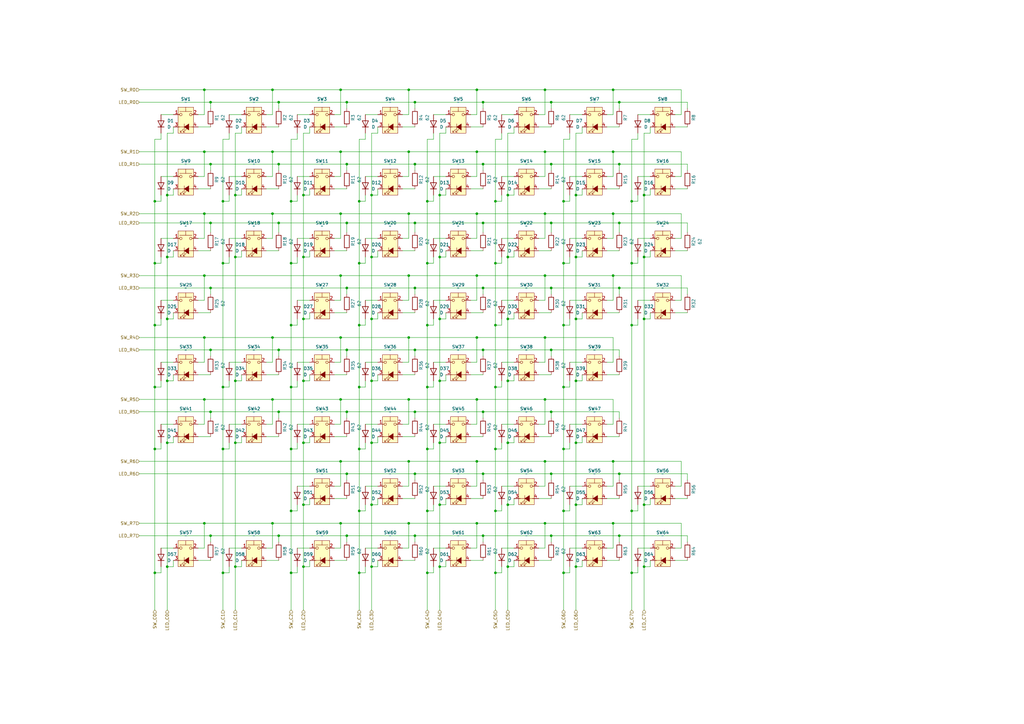
<source format=kicad_sch>
(kicad_sch (version 20231120) (generator "eeschema") (generator_version "8.0")
  (paper "A3")
  (junction (at 223.52 214.63))
  (junction (at 223.52 189.23))
  (junction (at 152.4 80.01))
  (junction (at 231.14 234.95))
  (junction (at 124.46 105.41))
  (junction (at 142.24 143.51))
  (junction (at 68.58 130.81))
  (junction (at 68.58 80.01))
  (junction (at 147.32 209.55))
  (junction (at 142.24 194.31))
  (junction (at 96.52 156.21))
  (junction (at 180.34 105.41))
  (junction (at 139.7 36.83))
  (junction (at 167.64 87.63))
  (junction (at 223.52 138.43))
  (junction (at 195.58 214.63))
  (junction (at 111.76 163.83))
  (junction (at 264.16 80.01))
  (junction (at 119.38 133.35))
  (junction (at 208.28 207.01))
  (junction (at 86.36 91.44))
  (junction (at 170.18 41.91))
  (junction (at 223.52 36.83))
  (junction (at 114.3 41.91))
  (junction (at 139.7 189.23))
  (junction (at 203.2 133.35))
  (junction (at 114.3 143.51))
  (junction (at 86.36 143.51))
  (junction (at 236.22 130.81))
  (junction (at 147.32 234.95))
  (junction (at 124.46 156.21))
  (junction (at 264.16 130.81))
  (junction (at 254 41.91))
  (junction (at 180.34 207.01))
  (junction (at 259.08 133.35))
  (junction (at 195.58 62.23))
  (junction (at 203.2 107.95))
  (junction (at 254 67.31))
  (junction (at 91.44 107.95))
  (junction (at 111.76 138.43))
  (junction (at 142.24 41.91))
  (junction (at 226.06 118.11))
  (junction (at 180.34 181.61))
  (junction (at 254 219.71))
  (junction (at 139.7 87.63))
  (junction (at 198.12 91.44))
  (junction (at 167.64 214.63))
  (junction (at 119.38 209.55))
  (junction (at 124.46 130.81))
  (junction (at 203.2 234.95))
  (junction (at 86.36 67.31))
  (junction (at 119.38 107.95))
  (junction (at 96.52 181.61))
  (junction (at 139.7 113.03))
  (junction (at 170.18 219.71))
  (junction (at 63.5 133.35))
  (junction (at 208.28 105.41))
  (junction (at 114.3 168.91))
  (junction (at 83.82 163.83))
  (junction (at 195.58 36.83))
  (junction (at 259.08 209.55))
  (junction (at 231.14 184.15))
  (junction (at 114.3 219.71))
  (junction (at 264.16 232.41))
  (junction (at 111.76 36.83))
  (junction (at 223.52 163.83))
  (junction (at 175.26 209.55))
  (junction (at 180.34 232.41))
  (junction (at 167.64 189.23))
  (junction (at 142.24 219.71))
  (junction (at 208.28 181.61))
  (junction (at 63.5 184.15))
  (junction (at 251.46 36.83))
  (junction (at 198.12 168.91))
  (junction (at 68.58 156.21))
  (junction (at 111.76 62.23))
  (junction (at 167.64 163.83))
  (junction (at 167.64 36.83))
  (junction (at 226.06 143.51))
  (junction (at 251.46 214.63))
  (junction (at 68.58 105.41))
  (junction (at 170.18 67.31))
  (junction (at 175.26 82.55))
  (junction (at 68.58 181.61))
  (junction (at 195.58 189.23))
  (junction (at 114.3 67.31))
  (junction (at 203.2 158.75))
  (junction (at 203.2 184.15))
  (junction (at 231.14 82.55))
  (junction (at 147.32 107.95))
  (junction (at 264.16 207.01))
  (junction (at 139.7 138.43))
  (junction (at 142.24 168.91))
  (junction (at 152.4 105.41))
  (junction (at 124.46 232.41))
  (junction (at 251.46 87.63))
  (junction (at 208.28 156.21))
  (junction (at 83.82 87.63))
  (junction (at 119.38 184.15))
  (junction (at 147.32 158.75))
  (junction (at 139.7 163.83))
  (junction (at 124.46 207.01))
  (junction (at 226.06 219.71))
  (junction (at 251.46 189.23))
  (junction (at 170.18 194.31))
  (junction (at 236.22 80.01))
  (junction (at 175.26 107.95))
  (junction (at 167.64 138.43))
  (junction (at 254 118.11))
  (junction (at 63.5 82.55))
  (junction (at 147.32 82.55))
  (junction (at 119.38 158.75))
  (junction (at 83.82 62.23))
  (junction (at 91.44 234.95))
  (junction (at 236.22 207.01))
  (junction (at 119.38 234.95))
  (junction (at 180.34 80.01))
  (junction (at 254 91.44))
  (junction (at 264.16 105.41))
  (junction (at 91.44 184.15))
  (junction (at 111.76 87.63))
  (junction (at 152.4 207.01))
  (junction (at 96.52 232.41))
  (junction (at 236.22 232.41))
  (junction (at 198.12 219.71))
  (junction (at 170.18 118.11))
  (junction (at 152.4 130.81))
  (junction (at 195.58 138.43))
  (junction (at 195.58 113.03))
  (junction (at 226.06 67.31))
  (junction (at 86.36 41.91))
  (junction (at 63.5 234.95))
  (junction (at 124.46 80.01))
  (junction (at 236.22 156.21))
  (junction (at 198.12 194.31))
  (junction (at 86.36 168.91))
  (junction (at 68.58 232.41))
  (junction (at 208.28 130.81))
  (junction (at 167.64 113.03))
  (junction (at 236.22 105.41))
  (junction (at 180.34 156.21))
  (junction (at 83.82 214.63))
  (junction (at 91.44 82.55))
  (junction (at 152.4 181.61))
  (junction (at 114.3 91.44))
  (junction (at 208.28 80.01))
  (junction (at 226.06 91.44))
  (junction (at 96.52 105.41))
  (junction (at 86.36 118.11))
  (junction (at 195.58 87.63))
  (junction (at 83.82 138.43))
  (junction (at 167.64 62.23))
  (junction (at 152.4 232.41))
  (junction (at 124.46 181.61))
  (junction (at 63.5 158.75))
  (junction (at 236.22 181.61))
  (junction (at 203.2 82.55))
  (junction (at 170.18 91.44))
  (junction (at 226.06 194.31))
  (junction (at 259.08 234.95))
  (junction (at 91.44 158.75))
  (junction (at 259.08 107.95))
  (junction (at 226.06 41.91))
  (junction (at 96.52 80.01))
  (junction (at 147.32 184.15))
  (junction (at 142.24 67.31))
  (junction (at 231.14 158.75))
  (junction (at 170.18 168.91))
  (junction (at 226.06 168.91))
  (junction (at 63.5 107.95))
  (junction (at 198.12 118.11))
  (junction (at 251.46 62.23))
  (junction (at 175.26 234.95))
  (junction (at 111.76 214.63))
  (junction (at 254 194.31))
  (junction (at 198.12 143.51))
  (junction (at 223.52 87.63))
  (junction (at 251.46 113.03))
  (junction (at 198.12 67.31))
  (junction (at 152.4 156.21))
  (junction (at 83.82 36.83))
  (junction (at 175.26 158.75))
  (junction (at 198.12 41.91))
  (junction (at 119.38 82.55))
  (junction (at 259.08 82.55))
  (junction (at 223.52 113.03))
  (junction (at 139.7 214.63))
  (junction (at 195.58 163.83))
  (junction (at 231.14 107.95))
  (junction (at 231.14 209.55))
  (junction (at 208.28 232.41))
  (junction (at 86.36 219.71))
  (junction (at 231.14 133.35))
  (junction (at 223.52 62.23))
  (junction (at 175.26 133.35))
  (junction (at 175.26 184.15))
  (junction (at 170.18 143.51))
  (junction (at 203.2 209.55))
  (junction (at 83.82 113.03))
  (junction (at 142.24 91.44))
  (junction (at 180.34 130.81))
  (junction (at 142.24 118.11))
  (junction (at 147.32 133.35))
  (junction (at 139.7 62.23))
  (wire (pts (xy 238.76 80.01) (xy 236.22 80.01)))
  (wire (pts (xy 86.36 102.87) (xy 81.28 102.87)))
  (wire (pts (xy 177.8 54.61) (xy 177.8 57.15)))
  (wire (pts (xy 279.4 36.83) (xy 279.4 46.99)))
  (wire (pts (xy 254 102.87) (xy 248.92 102.87)))
  (wire (pts (xy 86.36 179.07) (xy 81.28 179.07)))
  (wire (pts (xy 254 194.31) (xy 281.94 194.31)))
  (wire (pts (xy 236.22 181.61) (xy 236.22 207.01)))
  (wire (pts (xy 254 118.11) (xy 281.94 118.11)))
  (wire (pts (xy 220.98 72.39) (xy 223.52 72.39)))
  (wire (pts (xy 226.06 41.91) (xy 254 41.91)))
  (wire (pts (xy 121.92 158.75) (xy 119.38 158.75)))
  (wire (pts (xy 281.94 204.47) (xy 276.86 204.47)))
  (wire (pts (xy 152.4 54.61) (xy 152.4 80.01)))
  (wire (pts (xy 86.36 95.25) (xy 86.36 91.44)))
  (wire (pts (xy 83.82 214.63) (xy 111.76 214.63)))
  (wire (pts (xy 182.88 153.67) (xy 182.88 156.21)))
  (wire (pts (xy 149.86 82.55) (xy 147.32 82.55)))
  (wire (pts (xy 93.98 232.41) (xy 93.98 234.95)))
  (wire (pts (xy 152.4 207.01) (xy 152.4 232.41)))
  (wire (pts (xy 203.2 209.55) (xy 203.2 234.95)))
  (wire (pts (xy 139.7 224.79) (xy 139.7 214.63)))
  (wire (pts (xy 83.82 62.23) (xy 111.76 62.23)))
  (wire (pts (xy 198.12 41.91) (xy 226.06 41.91)))
  (wire (pts (xy 68.58 156.21) (xy 68.58 181.61)))
  (wire (pts (xy 119.38 107.95) (xy 119.38 133.35)))
  (wire (pts (xy 142.24 91.44) (xy 170.18 91.44)))
  (wire (pts (xy 182.88 156.21) (xy 180.34 156.21)))
  (wire (pts (xy 254 41.91) (xy 281.94 41.91)))
  (wire (pts (xy 170.18 118.11) (xy 170.18 120.65)))
  (wire (pts (xy 71.12 153.67) (xy 71.12 156.21)))
  (wire (pts (xy 121.92 123.19) (xy 127 123.19)))
  (wire (pts (xy 251.46 123.19) (xy 248.92 123.19)))
  (wire (pts (xy 63.5 57.15) (xy 63.5 82.55)))
  (wire (pts (xy 233.68 148.59) (xy 238.76 148.59)))
  (wire (pts (xy 266.7 207.01) (xy 264.16 207.01)))
  (wire (pts (xy 205.74 224.79) (xy 210.82 224.79)))
  (wire (pts (xy 86.36 219.71) (xy 114.3 219.71)))
  (wire (pts (xy 149.86 130.81) (xy 149.86 133.35)))
  (wire (pts (xy 177.8 72.39) (xy 182.88 72.39)))
  (wire (pts (xy 205.74 130.81) (xy 205.74 133.35)))
  (wire (pts (xy 175.26 107.95) (xy 177.8 107.95)))
  (wire (pts (xy 114.3 219.71) (xy 114.3 222.25)))
  (wire (pts (xy 236.22 54.61) (xy 236.22 80.01)))
  (wire (pts (xy 114.3 179.07) (xy 109.22 179.07)))
  (wire (pts (xy 121.92 224.79) (xy 127 224.79)))
  (wire (pts (xy 96.52 105.41) (xy 96.52 156.21)))
  (wire (pts (xy 205.74 46.99) (xy 210.82 46.99)))
  (wire (pts (xy 154.94 181.61) (xy 152.4 181.61)))
  (wire (pts (xy 236.22 232.41) (xy 236.22 250.19)))
  (wire (pts (xy 57.15 194.31) (xy 142.24 194.31)))
  (wire (pts (xy 66.04 46.99) (xy 71.12 46.99)))
  (wire (pts (xy 71.12 181.61) (xy 68.58 181.61)))
  (wire (pts (xy 205.74 207.01) (xy 205.74 209.55)))
  (wire (pts (xy 226.06 179.07) (xy 220.98 179.07)))
  (wire (pts (xy 226.06 118.11) (xy 226.06 120.65)))
  (wire (pts (xy 167.64 148.59) (xy 167.64 138.43)))
  (wire (pts (xy 57.15 41.91) (xy 86.36 41.91)))
  (wire (pts (xy 167.64 123.19) (xy 165.1 123.19)))
  (wire (pts (xy 147.32 107.95) (xy 149.86 107.95)))
  (wire (pts (xy 111.76 97.79) (xy 109.22 97.79)))
  (wire (pts (xy 86.36 69.85) (xy 86.36 67.31)))
  (wire (pts (xy 233.68 207.01) (xy 233.68 209.55)))
  (wire (pts (xy 210.82 128.27) (xy 210.82 130.81)))
  (wire (pts (xy 142.24 69.85) (xy 142.24 67.31)))
  (wire (pts (xy 281.94 194.31) (xy 281.94 196.85)))
  (wire (pts (xy 139.7 113.03) (xy 167.64 113.03)))
  (wire (pts (xy 198.12 194.31) (xy 226.06 194.31)))
  (wire (pts (xy 71.12 80.01) (xy 68.58 80.01)))
  (wire (pts (xy 139.7 62.23) (xy 139.7 72.39)))
  (wire (pts (xy 167.64 46.99) (xy 165.1 46.99)))
  (wire (pts (xy 281.94 77.47) (xy 276.86 77.47)))
  (wire (pts (xy 86.36 153.67) (xy 81.28 153.67)))
  (wire (pts (xy 226.06 118.11) (xy 254 118.11)))
  (wire (pts (xy 124.46 232.41) (xy 124.46 250.19)))
  (wire (pts (xy 111.76 148.59) (xy 109.22 148.59)))
  (wire (pts (xy 281.94 52.07) (xy 276.86 52.07)))
  (wire (pts (xy 127 52.07) (xy 127 54.61)))
  (wire (pts (xy 175.26 82.55) (xy 175.26 107.95)))
  (wire (pts (xy 236.22 105.41) (xy 238.76 105.41)))
  (wire (pts (xy 261.62 234.95) (xy 259.08 234.95)))
  (wire (pts (xy 99.06 52.07) (xy 99.06 54.61)))
  (wire (pts (xy 198.12 77.47) (xy 193.04 77.47)))
  (wire (pts (xy 180.34 105.41) (xy 182.88 105.41)))
  (wire (pts (xy 175.26 158.75) (xy 175.26 184.15)))
  (wire (pts (xy 167.64 87.63) (xy 195.58 87.63)))
  (wire (pts (xy 233.68 130.81) (xy 233.68 133.35)))
  (wire (pts (xy 111.76 214.63) (xy 139.7 214.63)))
  (wire (pts (xy 149.86 224.79) (xy 154.94 224.79)))
  (wire (pts (xy 175.26 234.95) (xy 175.26 250.19)))
  (wire (pts (xy 83.82 72.39) (xy 83.82 62.23)))
  (wire (pts (xy 86.36 118.11) (xy 142.24 118.11)))
  (wire (pts (xy 261.62 57.15) (xy 259.08 57.15)))
  (wire (pts (xy 149.86 232.41) (xy 149.86 234.95)))
  (wire (pts (xy 154.94 128.27) (xy 154.94 130.81)))
  (wire (pts (xy 149.86 123.19) (xy 154.94 123.19)))
  (wire (pts (xy 223.52 224.79) (xy 223.52 214.63)))
  (wire (pts (xy 149.86 156.21) (xy 149.86 158.75)))
  (wire (pts (xy 86.36 52.07) (xy 81.28 52.07)))
  (wire (pts (xy 121.92 184.15) (xy 119.38 184.15)))
  (wire (pts (xy 66.04 184.15) (xy 63.5 184.15)))
  (wire (pts (xy 226.06 143.51) (xy 254 143.51)))
  (wire (pts (xy 254 95.25) (xy 254 91.44)))
  (wire (pts (xy 93.98 158.75) (xy 91.44 158.75)))
  (wire (pts (xy 210.82 80.01) (xy 208.28 80.01)))
  (wire (pts (xy 251.46 97.79) (xy 248.92 97.79)))
  (wire (pts (xy 198.12 41.91) (xy 198.12 44.45)))
  (wire (pts (xy 195.58 62.23) (xy 195.58 72.39)))
  (wire (pts (xy 127 80.01) (xy 124.46 80.01)))
  (wire (pts (xy 180.34 130.81) (xy 180.34 156.21)))
  (wire (pts (xy 210.82 105.41) (xy 210.82 102.87)))
  (wire (pts (xy 86.36 143.51) (xy 114.3 143.51)))
  (wire (pts (xy 182.88 232.41) (xy 180.34 232.41)))
  (wire (pts (xy 233.68 158.75) (xy 231.14 158.75)))
  (wire (pts (xy 266.7 204.47) (xy 266.7 207.01)))
  (wire (pts (xy 111.76 46.99) (xy 109.22 46.99)))
  (wire (pts (xy 68.58 130.81) (xy 68.58 156.21)))
  (wire (pts (xy 167.64 97.79) (xy 165.1 97.79)))
  (wire (pts (xy 139.7 62.23) (xy 167.64 62.23)))
  (wire (pts (xy 167.64 199.39) (xy 167.64 189.23)))
  (wire (pts (xy 154.94 229.87) (xy 154.94 232.41)))
  (wire (pts (xy 93.98 234.95) (xy 91.44 234.95)))
  (wire (pts (xy 261.62 123.19) (xy 266.7 123.19)))
  (wire (pts (xy 198.12 153.67) (xy 193.04 153.67)))
  (wire (pts (xy 127 204.47) (xy 127 207.01)))
  (wire (pts (xy 198.12 204.47) (xy 193.04 204.47)))
  (wire (pts (xy 121.92 209.55) (xy 119.38 209.55)))
  (wire (pts (xy 195.58 199.39) (xy 193.04 199.39)))
  (wire (pts (xy 261.62 133.35) (xy 259.08 133.35)))
  (wire (pts (xy 198.12 118.11) (xy 226.06 118.11)))
  (wire (pts (xy 180.34 54.61) (xy 180.34 80.01)))
  (wire (pts (xy 264.16 130.81) (xy 264.16 207.01)))
  (wire (pts (xy 266.7 80.01) (xy 264.16 80.01)))
  (wire (pts (xy 63.5 184.15) (xy 63.5 234.95)))
  (wire (pts (xy 203.2 107.95) (xy 203.2 133.35)))
  (wire (pts (xy 226.06 153.67) (xy 220.98 153.67)))
  (wire (pts (xy 119.38 133.35) (xy 119.38 158.75)))
  (wire (pts (xy 170.18 118.11) (xy 198.12 118.11)))
  (wire (pts (xy 208.28 54.61) (xy 208.28 80.01)))
  (wire (pts (xy 180.34 80.01) (xy 180.34 105.41)))
  (wire (pts (xy 261.62 199.39) (xy 266.7 199.39)))
  (wire (pts (xy 96.52 54.61) (xy 96.52 80.01)))
  (wire (pts (xy 124.46 105.41) (xy 124.46 130.81)))
  (wire (pts (xy 154.94 153.67) (xy 154.94 156.21)))
  (wire (pts (xy 208.28 130.81) (xy 208.28 156.21)))
  (wire (pts (xy 139.7 36.83) (xy 139.7 46.99)))
  (wire (pts (xy 121.92 173.99) (xy 127 173.99)))
  (wire (pts (xy 139.7 148.59) (xy 137.16 148.59)))
  (wire (pts (xy 149.86 184.15) (xy 147.32 184.15)))
  (wire (pts (xy 251.46 62.23) (xy 279.4 62.23)))
  (wire (pts (xy 205.74 107.95) (xy 205.74 105.41)))
  (wire (pts (xy 233.68 184.15) (xy 231.14 184.15)))
  (wire (pts (xy 195.58 97.79) (xy 193.04 97.79)))
  (wire (pts (xy 177.8 123.19) (xy 182.88 123.19)))
  (wire (pts (xy 226.06 102.87) (xy 220.98 102.87)))
  (wire (pts (xy 233.68 57.15) (xy 231.14 57.15)))
  (wire (pts (xy 281.94 102.87) (xy 276.86 102.87)))
  (wire (pts (xy 111.76 163.83) (xy 111.76 173.99)))
  (wire (pts (xy 279.4 113.03) (xy 279.4 123.19)))
  (wire (pts (xy 254 52.07) (xy 248.92 52.07)))
  (wire (pts (xy 86.36 128.27) (xy 81.28 128.27)))
  (wire (pts (xy 205.74 82.55) (xy 203.2 82.55)))
  (wire (pts (xy 142.24 41.91) (xy 142.24 44.45)))
  (wire (pts (xy 147.32 184.15) (xy 147.32 209.55)))
  (wire (pts (xy 177.8 82.55) (xy 175.26 82.55)))
  (wire (pts (xy 167.64 36.83) (xy 195.58 36.83)))
  (wire (pts (xy 223.52 173.99) (xy 220.98 173.99)))
  (wire (pts (xy 261.62 209.55) (xy 259.08 209.55)))
  (wire (pts (xy 238.76 153.67) (xy 238.76 156.21)))
  (wire (pts (xy 198.12 67.31) (xy 226.06 67.31)))
  (wire (pts (xy 142.24 194.31) (xy 170.18 194.31)))
  (wire (pts (xy 170.18 143.51) (xy 170.18 146.05)))
  (wire (pts (xy 281.94 118.11) (xy 281.94 120.65)))
  (wire (pts (xy 279.4 199.39) (xy 276.86 199.39)))
  (wire (pts (xy 226.06 95.25) (xy 226.06 91.44)))
  (wire (pts (xy 127 128.27) (xy 127 130.81)))
  (wire (pts (xy 154.94 232.41) (xy 152.4 232.41)))
  (wire (pts (xy 170.18 153.67) (xy 165.1 153.67)))
  (wire (pts (xy 238.76 181.61) (xy 236.22 181.61)))
  (wire (pts (xy 261.62 107.95) (xy 261.62 105.41)))
  (wire (pts (xy 259.08 209.55) (xy 259.08 234.95)))
  (wire (pts (xy 139.7 214.63) (xy 167.64 214.63)))
  (wire (pts (xy 210.82 153.67) (xy 210.82 156.21)))
  (wire (pts (xy 154.94 80.01) (xy 152.4 80.01)))
  (wire (pts (xy 198.12 128.27) (xy 193.04 128.27)))
  (wire (pts (xy 261.62 207.01) (xy 261.62 209.55)))
  (wire (pts (xy 205.74 54.61) (xy 205.74 57.15)))
  (wire (pts (xy 139.7 87.63) (xy 167.64 87.63)))
  (wire (pts (xy 139.7 46.99) (xy 137.16 46.99)))
  (wire (pts (xy 66.04 133.35) (xy 63.5 133.35)))
  (wire (pts (xy 68.58 54.61) (xy 68.58 80.01)))
  (wire (pts (xy 124.46 80.01) (xy 124.46 105.41)))
  (wire (pts (xy 251.46 214.63) (xy 279.4 214.63)))
  (wire (pts (xy 139.7 163.83) (xy 167.64 163.83)))
  (wire (pts (xy 198.12 229.87) (xy 193.04 229.87)))
  (wire (pts (xy 96.52 156.21) (xy 96.52 181.61)))
  (wire (pts (xy 251.46 113.03) (xy 279.4 113.03)))
  (wire (pts (xy 170.18 219.71) (xy 198.12 219.71)))
  (wire (pts (xy 203.2 133.35) (xy 203.2 158.75)))
  (wire (pts (xy 83.82 87.63) (xy 111.76 87.63)))
  (wire (pts (xy 208.28 181.61) (xy 208.28 207.01)))
  (wire (pts (xy 259.08 133.35) (xy 259.08 209.55)))
  (wire (pts (xy 170.18 52.07) (xy 165.1 52.07)))
  (wire (pts (xy 71.12 130.81) (xy 68.58 130.81)))
  (wire (pts (xy 195.58 72.39) (xy 193.04 72.39)))
  (wire (pts (xy 139.7 138.43) (xy 167.64 138.43)))
  (wire (pts (xy 208.28 156.21) (xy 208.28 181.61)))
  (wire (pts (xy 236.22 207.01) (xy 236.22 232.41)))
  (wire (pts (xy 251.46 189.23) (xy 251.46 199.39)))
  (wire (pts (xy 198.12 168.91) (xy 198.12 171.45)))
  (wire (pts (xy 114.3 168.91) (xy 114.3 171.45)))
  (wire (pts (xy 63.5 107.95) (xy 63.5 133.35)))
  (wire (pts (xy 177.8 156.21) (xy 177.8 158.75)))
  (wire (pts (xy 210.82 156.21) (xy 208.28 156.21)))
  (wire (pts (xy 177.8 184.15) (xy 175.26 184.15)))
  (wire (pts (xy 93.98 173.99) (xy 99.06 173.99)))
  (wire (pts (xy 142.24 143.51) (xy 142.24 146.05)))
  (wire (pts (xy 233.68 224.79) (xy 238.76 224.79)))
  (wire (pts (xy 121.92 232.41) (xy 121.92 234.95)))
  (wire (pts (xy 167.64 62.23) (xy 167.64 72.39)))
  (wire (pts (xy 182.88 229.87) (xy 182.88 232.41)))
  (wire (pts (xy 198.12 168.91) (xy 226.06 168.91)))
  (wire (pts (xy 205.74 199.39) (xy 210.82 199.39)))
  (wire (pts (xy 175.26 184.15) (xy 175.26 209.55)))
  (wire (pts (xy 279.4 62.23) (xy 279.4 72.39)))
  (wire (pts (xy 259.08 107.95) (xy 261.62 107.95)))
  (wire (pts (xy 223.52 163.83) (xy 251.46 163.83)))
  (wire (pts (xy 91.44 234.95) (xy 91.44 250.19)))
  (wire (pts (xy 96.52 80.01) (xy 96.52 105.41)))
  (wire (pts (xy 152.4 232.41) (xy 152.4 250.19)))
  (wire (pts (xy 154.94 54.61) (xy 152.4 54.61)))
  (wire (pts (xy 71.12 105.41) (xy 71.12 102.87)))
  (wire (pts (xy 231.14 107.95) (xy 231.14 133.35)))
  (wire (pts (xy 198.12 69.85) (xy 198.12 67.31)))
  (wire (pts (xy 71.12 52.07) (xy 71.12 54.61)))
  (wire (pts (xy 177.8 80.01) (xy 177.8 82.55)))
  (wire (pts (xy 254 179.07) (xy 248.92 179.07)))
  (wire (pts (xy 170.18 143.51) (xy 198.12 143.51)))
  (wire (pts (xy 149.86 207.01) (xy 149.86 209.55)))
  (wire (pts (xy 124.46 105.41) (xy 127 105.41)))
  (wire (pts (xy 233.68 46.99) (xy 238.76 46.99)))
  (wire (pts (xy 57.15 189.23) (xy 139.7 189.23)))
  (wire (pts (xy 71.12 179.07) (xy 71.12 181.61)))
  (wire (pts (xy 205.74 80.01) (xy 205.74 82.55)))
  (wire (pts (xy 121.92 54.61) (xy 121.92 57.15)))
  (wire (pts (xy 195.58 138.43) (xy 195.58 148.59)))
  (wire (pts (xy 264.16 105.41) (xy 266.7 105.41)))
  (wire (pts (xy 96.52 105.41) (xy 99.06 105.41)))
  (wire (pts (xy 266.7 232.41) (xy 264.16 232.41)))
  (wire (pts (xy 149.86 57.15) (xy 147.32 57.15)))
  (wire (pts (xy 114.3 91.44) (xy 142.24 91.44)))
  (wire (pts (xy 195.58 138.43) (xy 223.52 138.43)))
  (wire (pts (xy 177.8 199.39) (xy 182.88 199.39)))
  (wire (pts (xy 198.12 102.87) (xy 193.04 102.87)))
  (wire (pts (xy 139.7 173.99) (xy 137.16 173.99)))
  (wire (pts (xy 177.8 107.95) (xy 177.8 105.41)))
  (wire (pts (xy 223.52 62.23) (xy 251.46 62.23)))
  (wire (pts (xy 66.04 130.81) (xy 66.04 133.35)))
  (wire (pts (xy 180.34 232.41) (xy 180.34 250.19)))
  (wire (pts (xy 198.12 219.71) (xy 226.06 219.71)))
  (wire (pts (xy 205.74 173.99) (xy 210.82 173.99)))
  (wire (pts (xy 57.15 214.63) (xy 83.82 214.63)))
  (wire (pts (xy 223.52 189.23) (xy 251.46 189.23)))
  (wire (pts (xy 233.68 82.55) (xy 231.14 82.55)))
  (wire (pts (xy 251.46 87.63) (xy 279.4 87.63)))
  (wire (pts (xy 198.12 95.25) (xy 198.12 91.44)))
  (wire (pts (xy 83.82 138.43) (xy 83.82 148.59)))
  (wire (pts (xy 182.88 77.47) (xy 182.88 80.01)))
  (wire (pts (xy 167.64 138.43) (xy 195.58 138.43)))
  (wire (pts (xy 86.36 168.91) (xy 86.36 171.45)))
  (wire (pts (xy 261.62 97.79) (xy 266.7 97.79)))
  (wire (pts (xy 238.76 130.81) (xy 236.22 130.81)))
  (wire (pts (xy 119.38 234.95) (xy 119.38 250.19)))
  (wire (pts (xy 93.98 80.01) (xy 93.98 82.55)))
  (wire (pts (xy 205.74 148.59) (xy 210.82 148.59)))
  (wire (pts (xy 170.18 194.31) (xy 198.12 194.31)))
  (wire (pts (xy 114.3 143.51) (xy 142.24 143.51)))
  (wire (pts (xy 226.06 168.91) (xy 254 168.91)))
  (wire (pts (xy 233.68 133.35) (xy 231.14 133.35)))
  (wire (pts (xy 127 153.67) (xy 127 156.21)))
  (wire (pts (xy 93.98 82.55) (xy 91.44 82.55)))
  (wire (pts (xy 251.46 214.63) (xy 251.46 224.79)))
  (wire (pts (xy 261.62 54.61) (xy 261.62 57.15)))
  (wire (pts (xy 66.04 158.75) (xy 63.5 158.75)))
  (wire (pts (xy 127 156.21) (xy 124.46 156.21)))
  (wire (pts (xy 93.98 46.99) (xy 99.06 46.99)))
  (wire (pts (xy 147.32 107.95) (xy 147.32 133.35)))
  (wire (pts (xy 175.26 209.55) (xy 175.26 234.95)))
  (wire (pts (xy 226.06 77.47) (xy 220.98 77.47)))
  (wire (pts (xy 149.86 158.75) (xy 147.32 158.75)))
  (wire (pts (xy 259.08 57.15) (xy 259.08 82.55)))
  (wire (pts (xy 208.28 80.01) (xy 208.28 105.41)))
  (wire (pts (xy 208.28 105.41) (xy 210.82 105.41)))
  (wire (pts (xy 83.82 163.83) (xy 111.76 163.83)))
  (wire (pts (xy 149.86 72.39) (xy 154.94 72.39)))
  (wire (pts (xy 66.04 72.39) (xy 71.12 72.39)))
  (wire (pts (xy 195.58 87.63) (xy 195.58 97.79)))
  (wire (pts (xy 149.86 107.95) (xy 149.86 105.41)))
  (wire (pts (xy 121.92 199.39) (xy 127 199.39)))
  (wire (pts (xy 195.58 189.23) (xy 195.58 199.39)))
  (wire (pts (xy 281.94 95.25) (xy 281.94 91.44)))
  (wire (pts (xy 93.98 57.15) (xy 91.44 57.15)))
  (wire (pts (xy 114.3 143.51) (xy 114.3 146.05)))
  (wire (pts (xy 142.24 67.31) (xy 170.18 67.31)))
  (wire (pts (xy 86.36 229.87) (xy 81.28 229.87)))
  (wire (pts (xy 154.94 179.07) (xy 154.94 181.61)))
  (wire (pts (xy 127 179.07) (xy 127 181.61)))
  (wire (pts (xy 182.88 130.81) (xy 180.34 130.81)))
  (wire (pts (xy 233.68 199.39) (xy 238.76 199.39)))
  (wire (pts (xy 223.52 214.63) (xy 251.46 214.63)))
  (wire (pts (xy 266.7 77.47) (xy 266.7 80.01)))
  (wire (pts (xy 111.76 214.63) (xy 111.76 224.79)))
  (wire (pts (xy 198.12 143.51) (xy 198.12 146.05)))
  (wire (pts (xy 99.06 179.07) (xy 99.06 181.61)))
  (wire (pts (xy 261.62 72.39) (xy 266.7 72.39)))
  (wire (pts (xy 236.22 130.81) (xy 236.22 156.21)))
  (wire (pts (xy 142.24 143.51) (xy 170.18 143.51)))
  (wire (pts (xy 210.82 130.81) (xy 208.28 130.81)))
  (wire (pts (xy 66.04 82.55) (xy 63.5 82.55)))
  (wire (pts (xy 83.82 163.83) (xy 83.82 173.99)))
  (wire (pts (xy 177.8 148.59) (xy 182.88 148.59)))
  (wire (pts (xy 147.32 158.75) (xy 147.32 184.15)))
  (wire (pts (xy 266.7 229.87) (xy 266.7 232.41)))
  (wire (pts (xy 111.76 87.63) (xy 139.7 87.63)))
  (wire (pts (xy 121.92 156.21) (xy 121.92 158.75)))
  (wire (pts (xy 279.4 97.79) (xy 276.86 97.79)))
  (wire (pts (xy 238.76 52.07) (xy 238.76 54.61)))
  (wire (pts (xy 119.38 209.55) (xy 119.38 234.95)))
  (wire (pts (xy 170.18 204.47) (xy 165.1 204.47)))
  (wire (pts (xy 198.12 219.71) (xy 198.12 222.25)))
  (wire (pts (xy 226.06 128.27) (xy 220.98 128.27)))
  (wire (pts (xy 149.86 199.39) (xy 154.94 199.39)))
  (wire (pts (xy 124.46 207.01) (xy 124.46 232.41)))
  (wire (pts (xy 251.46 36.83) (xy 279.4 36.83)))
  (wire (pts (xy 170.18 41.91) (xy 198.12 41.91)))
  (wire (pts (xy 57.15 138.43) (xy 83.82 138.43)))
  (wire (pts (xy 195.58 148.59) (xy 193.04 148.59)))
  (wire (pts (xy 167.64 199.39) (xy 165.1 199.39)))
  (wire (pts (xy 121.92 234.95) (xy 119.38 234.95)))
  (wire (pts (xy 119.38 184.15) (xy 119.38 209.55)))
  (wire (pts (xy 264.16 105.41) (xy 264.16 130.81)))
  (wire (pts (xy 180.34 156.21) (xy 180.34 181.61)))
  (wire (pts (xy 167.64 224.79) (xy 165.1 224.79)))
  (wire (pts (xy 254 194.31) (xy 254 196.85)))
  (wire (pts (xy 223.52 36.83) (xy 223.52 46.99)))
  (wire (pts (xy 182.88 181.61) (xy 180.34 181.61)))
  (wire (pts (xy 167.64 123.19) (xy 167.64 113.03)))
  (wire (pts (xy 198.12 118.11) (xy 198.12 120.65)))
  (wire (pts (xy 121.92 207.01) (xy 121.92 209.55)))
  (wire (pts (xy 63.5 82.55) (xy 63.5 107.95)))
  (wire (pts (xy 223.52 138.43) (xy 251.46 138.43)))
  (wire (pts (xy 261.62 46.99) (xy 266.7 46.99)))
  (wire (pts (xy 167.64 148.59) (xy 165.1 148.59)))
  (wire (pts (xy 177.8 181.61) (xy 177.8 184.15)))
  (wire (pts (xy 238.76 204.47) (xy 238.76 207.01)))
  (wire (pts (xy 177.8 133.35) (xy 175.26 133.35)))
  (wire (pts (xy 205.74 133.35) (xy 203.2 133.35)))
  (wire (pts (xy 254 41.91) (xy 254 44.45)))
  (wire (pts (xy 93.98 181.61) (xy 93.98 184.15)))
  (wire (pts (xy 71.12 229.87) (xy 71.12 232.41)))
  (wire (pts (xy 91.44 82.55) (xy 91.44 107.95)))
  (wire (pts (xy 231.14 234.95) (xy 231.14 250.19)))
  (wire (pts (xy 226.06 219.71) (xy 254 219.71)))
  (wire (pts (xy 177.8 173.99) (xy 182.88 173.99)))
  (wire (pts (xy 195.58 113.03) (xy 223.52 113.03)))
  (wire (pts (xy 233.68 181.61) (xy 233.68 184.15)))
  (wire (pts (xy 66.04 80.01) (xy 66.04 82.55)))
  (wire (pts (xy 66.04 57.15) (xy 63.5 57.15)))
  (wire (pts (xy 233.68 209.55) (xy 231.14 209.55)))
  (wire (pts (xy 279.4 189.23) (xy 279.4 199.39)))
  (wire (pts (xy 142.24 77.47) (xy 137.16 77.47)))
  (wire (pts (xy 57.15 163.83) (xy 83.82 163.83)))
  (wire (pts (xy 238.76 128.27) (xy 238.76 130.81)))
  (wire (pts (xy 111.76 163.83) (xy 139.7 163.83)))
  (wire (pts (xy 57.15 168.91) (xy 86.36 168.91)))
  (wire (pts (xy 195.58 163.83) (xy 195.58 173.99)))
  (wire (pts (xy 139.7 189.23) (xy 167.64 189.23)))
  (wire (pts (xy 83.82 97.79) (xy 83.82 87.63)))
  (wire (pts (xy 167.64 36.83) (xy 167.64 46.99)))
  (wire (pts (xy 111.76 138.43) (xy 111.76 148.59)))
  (wire (pts (xy 167.64 87.63) (xy 167.64 97.79)))
  (wire (pts (xy 170.18 41.91) (xy 170.18 44.45)))
  (wire (pts (xy 210.82 181.61) (xy 208.28 181.61)))
  (wire (pts (xy 66.04 148.59) (xy 71.12 148.59)))
  (wire (pts (xy 281.94 128.27) (xy 276.86 128.27)))
  (wire (pts (xy 139.7 199.39) (xy 139.7 189.23)))
  (wire (pts (xy 114.3 77.47) (xy 109.22 77.47)))
  (wire (pts (xy 226.06 67.31) (xy 254 67.31)))
  (wire (pts (xy 127 130.81) (xy 124.46 130.81)))
  (wire (pts (xy 167.64 62.23) (xy 195.58 62.23)))
  (wire (pts (xy 279.4 87.63) (xy 279.4 97.79)))
  (wire (pts (xy 182.88 80.01) (xy 180.34 80.01)))
  (wire (pts (xy 195.58 113.03) (xy 195.58 123.19)))
  (wire (pts (xy 111.76 62.23) (xy 111.76 72.39)))
  (wire (pts (xy 170.18 128.27) (xy 165.1 128.27)))
  (wire (pts (xy 195.58 189.23) (xy 223.52 189.23)))
  (wire (pts (xy 71.12 54.61) (xy 68.58 54.61)))
  (wire (pts (xy 139.7 72.39) (xy 137.16 72.39)))
  (wire (pts (xy 203.2 234.95) (xy 203.2 250.19)))
  (wire (pts (xy 254 219.71) (xy 254 222.25)))
  (wire (pts (xy 254 219.71) (xy 281.94 219.71)))
  (wire (pts (xy 86.36 168.91) (xy 114.3 168.91)))
  (wire (pts (xy 233.68 97.79) (xy 238.76 97.79)))
  (wire (pts (xy 203.2 82.55) (xy 203.2 107.95)))
  (wire (pts (xy 177.8 97.79) (xy 182.88 97.79)))
  (wire (pts (xy 57.15 87.63) (xy 83.82 87.63)))
  (wire (pts (xy 170.18 168.91) (xy 198.12 168.91)))
  (wire (pts (xy 195.58 46.99) (xy 193.04 46.99)))
  (wire (pts (xy 281.94 229.87) (xy 276.86 229.87)))
  (wire (pts (xy 96.52 181.61) (xy 96.52 232.41)))
  (wire (pts (xy 96.52 232.41) (xy 96.52 250.19)))
  (wire (pts (xy 99.06 153.67) (xy 99.06 156.21)))
  (wire (pts (xy 139.7 199.39) (xy 137.16 199.39)))
  (wire (pts (xy 236.22 80.01) (xy 236.22 105.41)))
  (wire (pts (xy 182.88 128.27) (xy 182.88 130.81)))
  (wire (pts (xy 205.74 184.15) (xy 203.2 184.15)))
  (wire (pts (xy 279.4 214.63) (xy 279.4 224.79)))
  (wire (pts (xy 114.3 229.87) (xy 109.22 229.87)))
  (wire (pts (xy 167.64 224.79) (xy 167.64 214.63)))
  (wire (pts (xy 254 168.91) (xy 254 171.45)))
  (wire (pts (xy 210.82 204.47) (xy 210.82 207.01)))
  (wire (pts (xy 147.32 133.35) (xy 147.32 158.75)))
  (wire (pts (xy 139.7 148.59) (xy 139.7 138.43)))
  (wire (pts (xy 99.06 54.61) (xy 96.52 54.61)))
  (wire (pts (xy 238.76 179.07) (xy 238.76 181.61)))
  (wire (pts (xy 152.4 80.01) (xy 152.4 105.41)))
  (wire (pts (xy 177.8 224.79) (xy 182.88 224.79)))
  (wire (pts (xy 233.68 173.99) (xy 238.76 173.99)))
  (wire (pts (xy 259.08 234.95) (xy 259.08 250.19)))
  (wire (pts (xy 195.58 224.79) (xy 193.04 224.79)))
  (wire (pts (xy 195.58 173.99) (xy 193.04 173.99)))
  (wire (pts (xy 167.64 214.63) (xy 195.58 214.63)))
  (wire (pts (xy 83.82 113.03) (xy 83.82 123.19)))
  (wire (pts (xy 233.68 156.21) (xy 233.68 158.75)))
  (wire (pts (xy 86.36 219.71) (xy 86.36 222.25)))
  (wire (pts (xy 152.4 181.61) (xy 152.4 207.01)))
  (wire (pts (xy 231.14 107.95) (xy 233.68 107.95)))
  (wire (pts (xy 175.26 57.15) (xy 175.26 82.55)))
  (wire (pts (xy 86.36 41.91) (xy 114.3 41.91)))
  (wire (pts (xy 248.92 72.39) (xy 251.46 72.39)))
  (wire (pts (xy 147.32 234.95) (xy 147.32 250.19)))
  (wire (pts (xy 182.88 204.47) (xy 182.88 207.01)))
  (wire (pts (xy 210.82 207.01) (xy 208.28 207.01)))
  (wire (pts (xy 139.7 173.99) (xy 139.7 163.83)))
  (wire (pts (xy 86.36 67.31) (xy 114.3 67.31)))
  (wire (pts (xy 91.44 158.75) (xy 91.44 184.15)))
  (wire (pts (xy 223.52 173.99) (xy 223.52 163.83)))
  (wire (pts (xy 251.46 62.23) (xy 251.46 72.39)))
  (wire (pts (xy 93.98 184.15) (xy 91.44 184.15)))
  (wire (pts (xy 142.24 204.47) (xy 137.16 204.47)))
  (wire (pts (xy 83.82 46.99) (xy 81.28 46.99)))
  (wire (pts (xy 91.44 107.95) (xy 91.44 158.75)))
  (wire (pts (xy 83.82 173.99) (xy 81.28 173.99)))
  (wire (pts (xy 266.7 52.07) (xy 266.7 54.61)))
  (wire (pts (xy 251.46 189.23) (xy 279.4 189.23)))
  (wire (pts (xy 149.86 148.59) (xy 154.94 148.59)))
  (wire (pts (xy 210.82 77.47) (xy 210.82 80.01)))
  (wire (pts (xy 68.58 105.41) (xy 68.58 130.81)))
  (wire (pts (xy 167.64 163.83) (xy 195.58 163.83)))
  (wire (pts (xy 251.46 87.63) (xy 251.46 97.79)))
  (wire (pts (xy 259.08 107.95) (xy 259.08 133.35)))
  (wire (pts (xy 71.12 128.27) (xy 71.12 130.81)))
  (wire (pts (xy 152.4 105.41) (xy 152.4 130.81)))
  (wire (pts (xy 142.24 168.91) (xy 170.18 168.91)))
  (wire (pts (xy 83.82 36.83) (xy 111.76 36.83)))
  (wire (pts (xy 142.24 52.07) (xy 137.16 52.07)))
  (wire (pts (xy 142.24 153.67) (xy 137.16 153.67)))
  (wire (pts (xy 177.8 158.75) (xy 175.26 158.75)))
  (wire (pts (xy 170.18 219.71) (xy 170.18 222.25)))
  (wire (pts (xy 177.8 130.81) (xy 177.8 133.35)))
  (wire (pts (xy 83.82 46.99) (xy 83.82 36.83)))
  (wire (pts (xy 139.7 123.19) (xy 139.7 113.03)))
  (wire (pts (xy 142.24 219.71) (xy 170.18 219.71)))
  (wire (pts (xy 66.04 173.99) (xy 71.12 173.99)))
  (wire (pts (xy 177.8 232.41) (xy 177.8 234.95)))
  (wire (pts (xy 170.18 91.44) (xy 198.12 91.44)))
  (wire (pts (xy 63.5 158.75) (xy 63.5 184.15)))
  (wire (pts (xy 114.3 102.87) (xy 109.22 102.87)))
  (wire (pts (xy 251.46 138.43) (xy 251.46 148.59)))
  (wire (pts (xy 149.86 46.99) (xy 154.94 46.99)))
  (wire (pts (xy 114.3 67.31) (xy 142.24 67.31)))
  (wire (pts (xy 254 67.31) (xy 281.94 67.31)))
  (wire (pts (xy 111.76 87.63) (xy 111.76 97.79)))
  (wire (pts (xy 195.58 87.63) (xy 223.52 87.63)))
  (wire (pts (xy 195.58 123.19) (xy 193.04 123.19)))
  (wire (pts (xy 226.06 194.31) (xy 226.06 196.85)))
  (wire (pts (xy 231.14 184.15) (xy 231.14 209.55)))
  (wire (pts (xy 226.06 204.47) (xy 220.98 204.47)))
  (wire (pts (xy 91.44 184.15) (xy 91.44 234.95)))
  (wire (pts (xy 180.34 105.41) (xy 180.34 130.81)))
  (wire (pts (xy 167.64 72.39) (xy 165.1 72.39)))
  (wire (pts (xy 254 128.27) (xy 248.92 128.27)))
  (wire (pts (xy 114.3 41.91) (xy 114.3 44.45)))
  (wire (pts (xy 170.18 194.31) (xy 170.18 196.85)))
  (wire (pts (xy 142.24 179.07) (xy 137.16 179.07)))
  (wire (pts (xy 142.24 128.27) (xy 137.16 128.27)))
  (wire (pts (xy 205.74 57.15) (xy 203.2 57.15)))
  (wire (pts (xy 63.5 234.95) (xy 63.5 250.19)))
  (wire (pts (xy 149.86 234.95) (xy 147.32 234.95)))
  (wire (pts (xy 223.52 87.63) (xy 251.46 87.63)))
  (wire (pts (xy 147.32 82.55) (xy 147.32 107.95)))
  (wire (pts (xy 175.26 107.95) (xy 175.26 133.35)))
  (wire (pts (xy 142.24 194.31) (xy 142.24 196.85)))
  (wire (pts (xy 182.88 54.61) (xy 180.34 54.61)))
  (wire (pts (xy 251.46 113.03) (xy 251.46 123.19)))
  (wire (pts (xy 121.92 181.61) (xy 121.92 184.15)))
  (wire (pts (xy 149.86 97.79) (xy 154.94 97.79)))
  (wire (pts (xy 149.86 209.55) (xy 147.32 209.55)))
  (wire (pts (xy 57.15 67.31) (xy 86.36 67.31)))
  (wire (pts (xy 91.44 107.95) (xy 93.98 107.95)))
  (wire (pts (xy 177.8 207.01) (xy 177.8 209.55)))
  (wire (pts (xy 231.14 133.35) (xy 231.14 158.75)))
  (wire (pts (xy 68.58 232.41) (xy 68.58 250.19)))
  (wire (pts (xy 175.26 133.35) (xy 175.26 158.75)))
  (wire (pts (xy 226.06 143.51) (xy 226.06 146.05)))
  (wire (pts (xy 170.18 168.91) (xy 170.18 171.45)))
  (wire (pts (xy 266.7 54.61) (xy 264.16 54.61)))
  (wire (pts (xy 223.52 123.19) (xy 223.52 113.03)))
  (wire (pts (xy 223.52 148.59) (xy 223.52 138.43)))
  (wire (pts (xy 195.58 36.83) (xy 195.58 46.99)))
  (wire (pts (xy 205.74 72.39) (xy 210.82 72.39)))
  (wire (pts (xy 114.3 67.31) (xy 114.3 69.85)))
  (wire (pts (xy 279.4 224.79) (xy 276.86 224.79)))
  (wire (pts (xy 254 153.67) (xy 248.92 153.67)))
  (wire (pts (xy 261.62 80.01) (xy 261.62 82.55)))
  (wire (pts (xy 233.68 80.01) (xy 233.68 82.55)))
  (wire (pts (xy 111.76 62.23) (xy 139.7 62.23)))
  (wire (pts (xy 251.46 36.83) (xy 251.46 46.99)))
  (wire (pts (xy 86.36 77.47) (xy 81.28 77.47)))
  (wire (pts (xy 114.3 52.07) (xy 109.22 52.07)))
  (wire (pts (xy 139.7 224.79) (xy 137.16 224.79)))
  (wire (pts (xy 281.94 41.91) (xy 281.94 44.45)))
  (wire (pts (xy 205.74 156.21) (xy 205.74 158.75)))
  (wire (pts (xy 149.86 133.35) (xy 147.32 133.35)))
  (wire (pts (xy 205.74 158.75) (xy 203.2 158.75)))
  (wire (pts (xy 279.4 46.99) (xy 276.86 46.99)))
  (wire (pts (xy 121.92 72.39) (xy 127 72.39)))
  (wire (pts (xy 66.04 224.79) (xy 71.12 224.79)))
  (wire (pts (xy 203.2 57.15) (xy 203.2 82.55)))
  (wire (pts (xy 205.74 181.61) (xy 205.74 184.15)))
  (wire (pts (xy 83.82 138.43) (xy 111.76 138.43)))
  (wire (pts (xy 231.14 158.75) (xy 231.14 184.15)))
  (wire (pts (xy 86.36 91.44) (xy 114.3 91.44)))
  (wire (pts (xy 99.06 232.41) (xy 96.52 232.41)))
  (wire (pts (xy 264.16 207.01) (xy 264.16 232.41)))
  (wire (pts (xy 66.04 54.61) (xy 66.04 57.15)))
  (wire (pts (xy 154.94 130.81) (xy 152.4 130.81)))
  (wire (pts (xy 93.98 72.39) (xy 99.06 72.39)))
  (wire (pts (xy 66.04 97.79) (xy 71.12 97.79)))
  (wire (pts (xy 195.58 36.83) (xy 223.52 36.83)))
  (wire (pts (xy 127 54.61) (xy 124.46 54.61)))
  (wire (pts (xy 226.06 91.44) (xy 254 91.44)))
  (wire (pts (xy 114.3 91.44) (xy 114.3 95.25)))
  (wire (pts (xy 205.74 232.41) (xy 205.74 234.95)))
  (wire (pts (xy 238.76 77.47) (xy 238.76 80.01)))
  (wire (pts (xy 71.12 156.21) (xy 68.58 156.21)))
  (wire (pts (xy 119.38 57.15) (xy 119.38 82.55)))
  (wire (pts (xy 203.2 158.75) (xy 203.2 184.15)))
  (wire (pts (xy 149.86 80.01) (xy 149.86 82.55)))
  (wire (pts (xy 251.46 46.99) (xy 248.92 46.99)))
  (wire (pts (xy 66.04 232.41) (xy 66.04 234.95)))
  (wire (pts (xy 149.86 181.61) (xy 149.86 184.15)))
  (wire (pts (xy 68.58 181.61) (xy 68.58 232.41)))
  (wire (pts (xy 210.82 179.07) (xy 210.82 181.61)))
  (wire (pts (xy 205.74 97.79) (xy 210.82 97.79)))
  (wire (pts (xy 167.64 173.99) (xy 165.1 173.99)))
  (wire (pts (xy 279.4 123.19) (xy 276.86 123.19)))
  (wire (pts (xy 205.74 209.55) (xy 203.2 209.55)))
  (wire (pts (xy 71.12 77.47) (xy 71.12 80.01)))
  (wire (pts (xy 261.62 82.55) (xy 259.08 82.55)))
  (wire (pts (xy 223.52 46.99) (xy 220.98 46.99)))
  (wire (pts (xy 170.18 102.87) (xy 165.1 102.87)))
  (wire (pts (xy 226.06 52.07) (xy 220.98 52.07)))
  (wire (pts (xy 261.62 130.81) (xy 261.62 133.35)))
  (wire (pts (xy 266.7 130.81) (xy 264.16 130.81)))
  (wire (pts (xy 170.18 179.07) (xy 165.1 179.07)))
  (wire (pts (xy 167.64 113.03) (xy 195.58 113.03)))
  (wire (pts (xy 142.24 229.87) (xy 137.16 229.87)))
  (wire (pts (xy 170.18 95.25) (xy 170.18 91.44)))
  (wire (pts (xy 223.52 36.83) (xy 251.46 36.83)))
  (wire (pts (xy 99.06 156.21) (xy 96.52 156.21)))
  (wire (pts (xy 223.52 123.19) (xy 220.98 123.19)))
  (wire (pts (xy 114.3 41.91) (xy 142.24 41.91)))
  (wire (pts (xy 86.36 41.91) (xy 86.36 44.45)))
  (wire (pts (xy 195.58 62.23) (xy 223.52 62.23)))
  (wire (pts (xy 167.64 189.23) (xy 195.58 189.23)))
  (wire (pts (xy 238.76 54.61) (xy 236.22 54.61)))
  (wire (pts (xy 147.32 209.55) (xy 147.32 234.95)))
  (wire (pts (xy 57.15 143.51) (xy 86.36 143.51)))
  (wire (pts (xy 99.06 229.87) (xy 99.06 232.41)))
  (wire (pts (xy 127 207.01) (xy 124.46 207.01)))
  (wire (pts (xy 121.92 107.95) (xy 121.92 105.41)))
  (wire (pts (xy 251.46 163.83) (xy 251.46 173.99)))
  (wire (pts (xy 152.4 130.81) (xy 152.4 156.21)))
  (wire (pts (xy 238.76 156.21) (xy 236.22 156.21)))
  (wire (pts (xy 139.7 97.79) (xy 137.16 97.79)))
  (wire (pts (xy 86.36 143.51) (xy 86.36 146.05)))
  (wire (pts (xy 66.04 123.19) (xy 71.12 123.19)))
  (wire (pts (xy 121.92 57.15) (xy 119.38 57.15)))
  (wire (pts (xy 121.92 46.99) (xy 127 46.99)))
  (wire (pts (xy 86.36 118.11) (xy 86.36 120.65)))
  (wire (pts (xy 99.06 77.47) (xy 99.06 80.01)))
  (wire (pts (xy 264.16 54.61) (xy 264.16 80.01)))
  (wire (pts (xy 226.06 168.91) (xy 226.06 171.45)))
  (wire (pts (xy 149.86 173.99) (xy 154.94 173.99)))
  (wire (pts (xy 210.82 54.61) (xy 208.28 54.61)))
  (wire (pts (xy 198.12 91.44) (xy 226.06 91.44)))
  (wire (pts (xy 281.94 219.71) (xy 281.94 222.25)))
  (wire (pts (xy 139.7 87.63) (xy 139.7 97.79)))
  (wire (pts (xy 198.12 179.07) (xy 193.04 179.07)))
  (wire (pts (xy 254 118.11) (xy 254 120.65)))
  (wire (pts (xy 152.4 156.21) (xy 152.4 181.61)))
  (wire (pts (xy 182.88 52.07) (xy 182.88 54.61)))
  (wire (pts (xy 231.14 57.15) (xy 231.14 82.55)))
  (wire (pts (xy 254 204.47) (xy 248.92 204.47)))
  (wire (pts (xy 99.06 80.01) (xy 96.52 80.01)))
  (wire (pts (xy 259.08 82.55) (xy 259.08 107.95)))
  (wire (pts (xy 210.82 229.87) (xy 210.82 232.41)))
  (wire (pts (xy 114.3 168.91) (xy 142.24 168.91)))
  (wire (pts (xy 121.92 82.55) (xy 119.38 82.55)))
  (wire (pts (xy 261.62 232.41) (xy 261.62 234.95)))
  (wire (pts (xy 83.82 123.19) (xy 81.28 123.19)))
  (wire (pts (xy 210.82 232.41) (xy 208.28 232.41)))
  (wire (pts (xy 208.28 105.41) (xy 208.28 130.81)))
  (wire (pts (xy 261.62 224.79) (xy 266.7 224.79)))
  (wire (pts (xy 238.76 105.41) (xy 238.76 102.87)))
  (wire (pts (xy 142.24 168.91) (xy 142.24 171.45)))
  (wire (pts (xy 121.92 130.81) (xy 121.92 133.35)))
  (wire (pts (xy 226.06 194.31) (xy 254 194.31)))
  (wire (pts (xy 57.15 91.44) (xy 86.36 91.44)))
  (wire (pts (xy 223.52 199.39) (xy 223.52 189.23)))
  (wire (pts (xy 251.46 224.79) (xy 248.92 224.79)))
  (wire (pts (xy 139.7 123.19) (xy 137.16 123.19)))
  (wire (pts (xy 254 69.85) (xy 254 67.31)))
  (wire (pts (xy 233.68 107.95) (xy 233.68 105.41)))
  (wire (pts (xy 57.15 118.11) (xy 86.36 118.11)))
  (wire (pts (xy 124.46 54.61) (xy 124.46 80.01)))
  (wire (pts (xy 83.82 224.79) (xy 81.28 224.79)))
  (wire (pts (xy 66.04 107.95) (xy 66.04 105.41)))
  (wire (pts (xy 170.18 229.87) (xy 165.1 229.87)))
  (wire (pts (xy 57.15 62.23) (xy 83.82 62.23)))
  (wire (pts (xy 223.52 87.63) (xy 223.52 97.79)))
  (wire (pts (xy 205.74 234.95) (xy 203.2 234.95)))
  (wire (pts (xy 154.94 105.41) (xy 154.94 102.87)))
  (wire (pts (xy 233.68 54.61) (xy 233.68 57.15)))
  (wire (pts (xy 93.98 107.95) (xy 93.98 105.41)))
  (wire (pts (xy 226.06 41.91) (xy 226.06 44.45)))
  (wire (pts (xy 180.34 207.01) (xy 180.34 232.41)))
  (wire (pts (xy 231.14 209.55) (xy 231.14 234.95)))
  (wire (pts (xy 167.64 173.99) (xy 167.64 163.83)))
  (wire (pts (xy 139.7 36.83) (xy 167.64 36.83)))
  (wire (pts (xy 83.82 148.59) (xy 81.28 148.59)))
  (wire (pts (xy 93.98 148.59) (xy 99.06 148.59)))
  (wire (pts (xy 203.2 107.95) (xy 205.74 107.95)))
  (wire (pts (xy 91.44 57.15) (xy 91.44 82.55)))
  (wire (pts (xy 154.94 156.21) (xy 152.4 156.21)))
  (wire (pts (xy 177.8 46.99) (xy 182.88 46.99)))
  (wire (pts (xy 66.04 234.95) (xy 63.5 234.95)))
  (wire (pts (xy 111.76 138.43) (xy 139.7 138.43)))
  (wire (pts (xy 281.94 69.85) (xy 281.94 67.31)))
  (wire (pts (xy 223.52 62.23) (xy 223.52 72.39)))
  (wire (pts (xy 142.24 41.91) (xy 170.18 41.91)))
  (wire (pts (xy 182.88 179.07) (xy 182.88 181.61)))
  (wire (pts (xy 68.58 80.01) (xy 68.58 105.41)))
  (wire (pts (xy 71.12 232.41) (xy 68.58 232.41)))
  (wire (pts (xy 170.18 69.85) (xy 170.18 67.31)))
  (wire (pts (xy 114.3 219.71) (xy 142.24 219.71)))
  (wire (pts (xy 111.76 72.39) (xy 109.22 72.39)))
  (wire (pts (xy 251.46 148.59) (xy 248.92 148.59)))
  (wire (pts (xy 254 143.51) (xy 254 146.05)))
  (wire (pts (xy 223.52 199.39) (xy 220.98 199.39)))
  (wire (pts (xy 195.58 214.63) (xy 223.52 214.63)))
  (wire (pts (xy 111.76 36.83) (xy 139.7 36.83)))
  (wire (pts (xy 198.12 52.07) (xy 193.04 52.07)))
  (wire (pts (xy 149.86 54.61) (xy 149.86 57.15)))
  (wire (pts (xy 152.4 105.41) (xy 154.94 105.41)))
  (wire (pts (xy 177.8 234.95) (xy 175.26 234.95)))
  (wire (pts (xy 236.22 156.21) (xy 236.22 181.61)))
  (wire (pts (xy 66.04 181.61) (xy 66.04 184.15)))
  (wire (pts (xy 142.24 219.71) (xy 142.24 222.25)))
  (wire (pts (xy 142.24 102.87) (xy 137.16 102.87)))
  (wire (pts (xy 124.46 130.81) (xy 124.46 156.21)))
  (wire (pts (xy 119.38 158.75) (xy 119.38 184.15)))
  (wire (pts (xy 210.82 52.07) (xy 210.82 54.61)))
  (wire (pts (xy 233.68 232.41) (xy 233.68 234.95)))
  (wire (pts (xy 264.16 232.41) (xy 264.16 250.19)))
  (wire (pts (xy 276.86 72.39) (xy 279.4 72.39)))
  (wire (pts (xy 154.94 207.01) (xy 152.4 207.01)))
  (wire (pts (xy 238.76 232.41) (xy 236.22 232.41)))
  (wire (pts (xy 66.04 156.21) (xy 66.04 158.75)))
  (wire (pts (xy 223.52 113.03) (xy 251.46 113.03)))
  (wire (pts (xy 111.76 36.83) (xy 111.76 46.99)))
  (wire (pts (xy 233.68 72.39) (xy 238.76 72.39)))
  (wire (pts (xy 121.92 133.35) (xy 119.38 133.35)))
  (wire (pts (xy 266.7 128.27) (xy 266.7 130.81)))
  (wire (pts (xy 124.46 181.61) (xy 124.46 207.01)))
  (wire (pts (xy 170.18 67.31) (xy 198.12 67.31)))
  (wire (pts (xy 83.82 214.63) (xy 83.82 224.79)))
  (wire (pts (xy 226.06 69.85) (xy 226.06 67.31)))
  (wire (pts (xy 182.88 207.01) (xy 180.34 207.01)))
  (wire (pts (xy 233.68 234.95) (xy 231.14 234.95)))
  (wire (pts (xy 223.52 97.79) (xy 220.98 97.79)))
  (wire (pts (xy 142.24 118.11) (xy 142.24 120.65)))
  (wire (pts (xy 127 77.47) (xy 127 80.01)))
  (wire (pts (xy 205.74 123.19) (xy 210.82 123.19)))
  (wire (pts (xy 226.06 229.87) (xy 220.98 229.87)))
  (wire (pts (xy 233.68 123.19) (xy 238.76 123.19)))
  (wire (pts (xy 236.22 105.41) (xy 236.22 130.81)))
  (wire (pts (xy 68.58 105.41) (xy 71.12 105.41)))
  (wire (pts (xy 182.88 105.41) (xy 182.88 102.87)))
  (wire (pts (xy 121.92 97.79) (xy 127 97.79)))
  (wire (pts (xy 170.18 77.47) (xy 165.1 77.47)))
  (wire (pts (xy 264.16 80.01) (xy 264.16 105.41)))
  (wire (pts (xy 223.52 224.79) (xy 220.98 224.79)))
  (wire (pts (xy 63.5 107.95) (xy 66.04 107.95)))
  (wire (pts (xy 203.2 184.15) (xy 203.2 209.55)))
  (wire (pts (xy 99.06 105.41) (xy 99.06 102.87)))
  (wire (pts (xy 198.12 143.51) (xy 226.06 143.51)))
  (wire (pts (xy 254 77.47) (xy 248.92 77.47)))
  (wire (pts (xy 83.82 72.39) (xy 81.28 72.39)))
  (wire (pts (xy 154.94 204.47) (xy 154.94 207.01)))
  (wire (pts (xy 57.15 219.71) (xy 86.36 219.71)))
  (wire (pts (xy 238.76 207.01) (xy 236.22 207.01)))
  (wire (pts (xy 127 232.41) (xy 124.46 232.41)))
  (wire (pts (xy 254 229.87) (xy 248.92 229.87)))
  (wire (pts (xy 177.8 57.15) (xy 175.26 57.15)))
  (wire (pts (xy 93.98 224.79) (xy 99.06 224.79)))
  (wire (pts (xy 114.3 153.67) (xy 109.22 153.67)))
  (wire (pts (xy 226.06 219.71) (xy 226.06 222.25)))
  (wire (pts (xy 119.38 82.55) (xy 119.38 107.95)))
  (wire (pts (xy 121.92 148.59) (xy 127 148.59)))
  (wire (pts (xy 57.15 36.83) (xy 83.82 36.83)))
  (wire (pts (xy 238.76 229.87) (xy 238.76 232.41)))
  (wire (pts (xy 266.7 105.41) (xy 266.7 102.87)))
  (wire (pts (xy 180.34 181.61) (xy 180.34 207.01)))
  (wire (pts (xy 154.94 77.47) (xy 154.94 80.01)))
  (wire (pts (xy 251.46 199.39) (xy 248.92 199.39)))
  (wire (pts (xy 111.76 173.99) (xy 109.22 173.99)))
  (wire (pts (xy 111.76 224.79) (xy 109.22 224.79)))
  (wire (pts (xy 147.32 57.15) (xy 147.32 82.55)))
  (wire (pts (xy 127 105.41) (xy 127 102.87)))
  (wire (pts (xy 121.92 80.01) (xy 121.92 82.55)))
  (wire (pts (xy 195.58 163.83) (xy 223.52 163.83)))
  (wire (pts (xy 93.98 54.61) (xy 93.98 57.15)))
  (wire (pts (xy 127 181.61) (xy 124.46 181.61)))
  (wire (pts (xy 57.15 113.03) (xy 83.82 113.03)))
  (wire (pts (xy 142.24 95.25) (xy 142.24 91.44)))
  (wire (pts (xy 124.46 156.21) (xy 124.46 181.61)))
  (wire (pts (xy 99.06 181.61) (xy 96.52 181.61)))
  (wire (pts (xy 127 229.87) (xy 127 232.41)))
  (wire (pts (xy 93.98 97.79) (xy 99.06 97.79)))
  (wire (pts (xy 83.82 113.03) (xy 139.7 113.03)))
  (wire (pts (xy 223.52 148.59) (xy 220.98 148.59)))
  (wire (pts (xy 142.24 118.11) (xy 170.18 118.11)))
  (wire (pts (xy 254 91.44) (xy 281.94 91.44)))
  (wire (pts (xy 154.94 52.07) (xy 154.94 54.61)))
  (wire (pts (xy 93.98 156.21) (xy 93.98 158.75)))
  (wire (pts (xy 177.8 209.55) (xy 175.26 209.55)))
  (wire (pts (xy 83.82 97.79) (xy 81.28 97.79)))
  (wire (pts (xy 119.38 107.95) (xy 121.92 107.95)))
  (wire (pts (xy 208.28 232.41) (xy 208.28 250.19)))
  (wire (pts (xy 251.46 173.99) (xy 248.92 173.99)))
  (wire (pts (xy 198.12 194.31) (xy 198.12 196.85)))
  (wire (pts (xy 231.14 82.55) (xy 231.14 107.95)))
  (wire (pts (xy 195.58 214.63) (xy 195.58 224.79)))
  (wire (pts (xy 208.28 207.01) (xy 208.28 232.41)))
  (wire (pts (xy 63.5 133.35) (xy 63.5 158.75)))
  (hierarchical_label "SW_R2" (shape input) (at 57.15 87.63 180))
  (hierarchical_label "LED_R3" (shape input) (at 57.15 118.11 180))
  (hierarchical_label "LED_C3" (shape input) (at 152.4 250.19 270))
  (hierarchical_label "SW_C3" (shape input) (at 147.32 250.19 270))
  (hierarchical_label "SW_R6" (shape input) (at 57.15 189.23 180))
  (hierarchical_label "SW_C0" (shape input) (at 63.5 250.19 270))
  (hierarchical_label "SW_C1" (shape input) (at 91.44 250.19 270))
  (hierarchical_label "SW_R4" (shape input) (at 57.15 138.43 180))
  (hierarchical_label "LED_C6" (shape input) (at 236.22 250.19 270))
  (hierarchical_label "SW_C7" (shape input) (at 259.08 250.19 270))
  (hierarchical_label "LED_R0" (shape input) (at 57.15 41.91 180))
  (hierarchical_label "LED_C1" (shape input) (at 96.52 250.19 270))
  (hierarchical_label "LED_R6" (shape input) (at 57.15 194.31 180))
  (hierarchical_label "LED_C7" (shape input) (at 264.16 250.19 270))
  (hierarchical_label "LED_C4" (shape input) (at 180.34 250.19 270))
  (hierarchical_label "SW_R3" (shape input) (at 57.15 113.03 180))
  (hierarchical_label "SW_R1" (shape input) (at 57.15 62.23 180))
  (hierarchical_label "SW_C4" (shape input) (at 175.26 250.19 270))
  (hierarchical_label "LED_R2" (shape input) (at 57.15 91.44 180))
  (hierarchical_label "LED_C2" (shape input) (at 124.46 250.19 270))
  (hierarchical_label "SW_R0" (shape input) (at 57.15 36.83 180))
  (hierarchical_label "LED_R5" (shape input) (at 57.15 168.91 180))
  (hierarchical_label "SW_R5" (shape input) (at 57.15 163.83 180))
  (hierarchical_label "LED_R7" (shape input) (at 57.15 219.71 180))
  (hierarchical_label "LED_C5" (shape input) (at 208.28 250.19 270))
  (hierarchical_label "SW_C5" (shape input) (at 203.2 250.19 270))
  (hierarchical_label "SW_R7" (shape input) (at 57.15 214.63 180))
  (hierarchical_label "LED_C0" (shape input) (at 68.58 250.19 270))
  (hierarchical_label "SW_C6" (shape input) (at 231.14 250.19 270))
  (hierarchical_label "SW_C2" (shape input) (at 119.38 250.19 270))
  (hierarchical_label "LED_R4" (shape input) (at 57.15 143.51 180))
  (hierarchical_label "LED_R1" (shape input) (at 57.15 67.31 180))
  (symbol (lib_id "Device:D") (at 121.92 203.2 90) (unit 1)
    (property "Reference" "D51" (at 124.46 201.9299 90) (effects (justify right)))
    (property "Value" "D" (at 124.46 204.4699 90) (effects (justify right)))
    (property "Footprint" "Diode_SMD:D_0805_2012Metric" (effects (hide yes)))
    (property "Description" "Diode" (effects (hide yes)))
    (property "Sim.Device" "D" (effects (hide yes)))
    (property "Sim.Pins" "1=K 2=A" (effects (hide yes)))
  )
  (symbol (lib_id "Device:R") (at 170.18 73.66 180) (unit 1)
    (property "Reference" "R12" (at 172.72 73.66 90))
    (property "Value" "62" (at 175.26 73.66 90))
    (property "Footprint" "Resistor_SMD:R_0805_2012Metric" (effects (hide yes)))
    (property "Description" "Resistor" (effects (hide yes)))
  )
  (symbol (lib_id "Device:D") (at 149.86 76.2 90) (unit 1)
    (property "Reference" "D12" (at 152.4 74.9299 90) (effects (justify right)))
    (property "Value" "D" (at 152.4 77.4699 90) (effects (justify right)))
    (property "Footprint" "Diode_SMD:D_0805_2012Metric" (effects (hide yes)))
    (property "Description" "Diode" (effects (hide yes)))
    (property "Sim.Device" "D" (effects (hide yes)))
    (property "Sim.Pins" "1=K 2=A" (effects (hide yes)))
  )
  (symbol (lib_id "Device:R") (at 281.94 99.06 180) (unit 1)
    (property "Reference" "R24" (at 284.48 99.06 90))
    (property "Value" "62" (at 287.02 99.06 90))
    (property "Footprint" "Resistor_SMD:R_0805_2012Metric" (effects (hide yes)))
    (property "Description" "Resistor" (effects (hide yes)))
  )
  (symbol (lib_id "Device:D") (at 149.86 50.8 90) (unit 1)
    (property "Reference" "D4" (at 152.4 49.5299 90) (effects (justify right)))
    (property "Value" "D" (at 152.4 52.0699 90) (effects (justify right)))
    (property "Footprint" "Diode_SMD:D_0805_2012Metric" (effects (hide yes)))
    (property "Description" "Diode" (effects (hide yes)))
    (property "Sim.Device" "D" (effects (hide yes)))
    (property "Sim.Pins" "1=K 2=A" (effects (hide yes)))
  )
  (symbol (lib_id "Console:Cherry_MX") (at 76.2 227.33 0) (unit 1)
    (property "Reference" "SW57" (at 76.2 218.44 0))
    (property "Value" "~" (at 76.2 219.71 0))
    (property "Footprint" "Console:Cherry MX" (effects (hide yes)))
  )
  (symbol (lib_id "Device:D") (at 205.74 127 90) (unit 1)
    (property "Reference" "D30" (at 208.28 125.7299 90) (effects (justify right)))
    (property "Value" "D" (at 208.28 128.2699 90) (effects (justify right)))
    (property "Footprint" "Diode_SMD:D_0805_2012Metric" (effects (hide yes)))
    (property "Description" "Diode" (effects (hide yes)))
    (property "Sim.Device" "D" (effects (hide yes)))
    (property "Sim.Pins" "1=K 2=A" (effects (hide yes)))
  )
  (symbol (lib_id "Device:R") (at 254 99.06 180) (unit 1)
    (property "Reference" "R23" (at 256.54 99.06 90))
    (property "Value" "62" (at 259.08 99.06 90))
    (property "Footprint" "Resistor_SMD:R_0805_2012Metric" (effects (hide yes)))
    (property "Description" "Resistor" (effects (hide yes)))
  )
  (symbol (lib_id "Device:D") (at 177.8 152.4 90) (unit 1)
    (property "Reference" "D37" (at 180.34 151.1299 90) (effects (justify right)))
    (property "Value" "D" (at 180.34 153.6699 90) (effects (justify right)))
    (property "Footprint" "Diode_SMD:D_0805_2012Metric" (effects (hide yes)))
    (property "Description" "Diode" (effects (hide yes)))
    (property "Sim.Device" "D" (effects (hide yes)))
    (property "Sim.Pins" "1=K 2=A" (effects (hide yes)))
  )
  (symbol (lib_id "Console:Cherry_MX") (at 76.2 49.53 0) (unit 1)
    (property "Reference" "SW1" (at 76.2 40.64 0))
    (property "Value" "~" (at 76.2 41.91 0))
    (property "Footprint" "Console:Cherry MX" (effects (hide yes)))
  )
  (symbol (lib_id "Device:R") (at 254 73.66 180) (unit 1)
    (property "Reference" "R15" (at 256.54 73.66 90))
    (property "Value" "62" (effects (hide yes)))
    (property "Footprint" "Resistor_SMD:R_0805_2012Metric" (effects (hide yes)))
    (property "Description" "Resistor" (effects (hide yes)))
  )
  (symbol (lib_id "Console:Cherry_MX") (at 215.9 49.53 0) (unit 1)
    (property "Reference" "SW6" (at 215.9 40.64 0))
    (property "Value" "~" (at 215.9 41.91 0))
    (property "Footprint" "Console:Cherry MX" (effects (hide yes)))
  )
  (symbol (lib_id "Console:Cherry_MX") (at 187.96 151.13 0) (unit 1)
    (property "Reference" "SW37" (at 187.96 142.24 0))
    (property "Value" "~" (at 187.96 143.51 0))
    (property "Footprint" "Console:Cherry MX" (effects (hide yes)))
  )
  (symbol (lib_id "Device:D") (at 177.8 101.6 90) (unit 1)
    (property "Reference" "D21" (at 180.34 100.3299 90) (effects (justify right)))
    (property "Value" "D" (at 180.34 102.8699 90) (effects (justify right)))
    (property "Footprint" "Diode_SMD:D_0805_2012Metric" (effects (hide yes)))
    (property "Description" "Diode" (effects (hide yes)))
    (property "Sim.Device" "D" (effects (hide yes)))
    (property "Sim.Pins" "1=K 2=A" (effects (hide yes)))
  )
  (symbol (lib_id "Console:Cherry_MX") (at 132.08 151.13 0) (unit 1)
    (property "Reference" "SW35" (at 132.08 142.24 0))
    (property "Value" "~" (at 132.08 143.51 0))
    (property "Footprint" "Console:Cherry MX" (effects (hide yes)))
  )
  (symbol (lib_id "Console:Cherry_MX") (at 187.96 100.33 0) (unit 1)
    (property "Reference" "SW21" (at 187.96 91.44 0))
    (property "Value" "~" (at 187.96 92.71 0))
    (property "Footprint" "Console:Cherry MX" (effects (hide yes)))
  )
  (symbol (lib_id "Device:D") (at 205.74 76.2 90) (unit 1)
    (property "Reference" "D14" (at 208.28 74.9299 90) (effects (justify right)))
    (property "Value" "D" (at 208.28 77.4699 90) (effects (justify right)))
    (property "Footprint" "Diode_SMD:D_0805_2012Metric" (effects (hide yes)))
    (property "Description" "Diode" (effects (hide yes)))
    (property "Sim.Device" "D" (effects (hide yes)))
    (property "Sim.Pins" "1=K 2=A" (effects (hide yes)))
  )
  (symbol (lib_id "Device:D") (at 93.98 152.4 90) (unit 1)
    (property "Reference" "D34" (at 96.52 151.1299 90) (effects (justify right)))
    (property "Value" "D" (at 96.52 153.6699 90) (effects (justify right)))
    (property "Footprint" "Diode_SMD:D_0805_2012Metric" (effects (hide yes)))
    (property "Description" "Diode" (effects (hide yes)))
    (property "Sim.Device" "D" (effects (hide yes)))
    (property "Sim.Pins" "1=K 2=A" (effects (hide yes)))
  )
  (symbol (lib_id "Device:D") (at 149.86 203.2 90) (unit 1)
    (property "Reference" "D52" (at 152.4 201.9299 90) (effects (justify right)))
    (property "Value" "D" (at 152.4 204.4699 90) (effects (justify right)))
    (property "Footprint" "Diode_SMD:D_0805_2012Metric" (effects (hide yes)))
    (property "Description" "Diode" (effects (hide yes)))
    (property "Sim.Device" "D" (effects (hide yes)))
    (property "Sim.Pins" "1=K 2=A" (effects (hide yes)))
  )
  (symbol (lib_id "Device:R") (at 142.24 149.86 180) (unit 1)
    (property "Reference" "R35" (at 144.78 149.86 90))
    (property "Value" "62" (at 147.32 149.86 90))
    (property "Footprint" "Resistor_SMD:R_0805_2012Metric" (effects (hide yes)))
    (property "Description" "Resistor" (effects (hide yes)))
  )
  (symbol (lib_id "Device:R") (at 226.06 124.46 180) (unit 1)
    (property "Reference" "R30" (at 228.6 124.46 90))
    (property "Value" "62" (at 231.14 124.46 90))
    (property "Footprint" "Resistor_SMD:R_0805_2012Metric" (effects (hide yes)))
    (property "Description" "Resistor" (effects (hide yes)))
  )
  (symbol (lib_id "Device:D") (at 233.68 50.8 90) (unit 1)
    (property "Reference" "D7" (at 236.22 49.5299 90) (effects (justify right)))
    (property "Value" "D" (at 236.22 52.0699 90) (effects (justify right)))
    (property "Footprint" "Diode_SMD:D_0805_2012Metric" (effects (hide yes)))
    (property "Description" "Diode" (effects (hide yes)))
    (property "Sim.Device" "D" (effects (hide yes)))
    (property "Sim.Pins" "1=K 2=A" (effects (hide yes)))
  )
  (symbol (lib_id "Console:Cherry_MX") (at 104.14 151.13 0) (unit 1)
    (property "Reference" "SW34" (at 104.14 142.24 0))
    (property "Value" "~" (at 104.14 143.51 0))
    (property "Footprint" "Console:Cherry MX" (effects (hide yes)))
  )
  (symbol (lib_id "Device:R") (at 86.36 48.26 180) (unit 1)
    (property "Reference" "R1" (at 88.9 48.26 90))
    (property "Value" "62" (at 91.44 48.26 90))
    (property "Footprint" "Resistor_SMD:R_0805_2012Metric" (effects (hide yes)))
    (property "Description" "Resistor" (effects (hide yes)))
  )
  (symbol (lib_id "Device:R") (at 198.12 175.26 180) (unit 1)
    (property "Reference" "R45" (at 200.66 175.26 90))
    (property "Value" "62" (at 203.2 175.26 90))
    (property "Footprint" "Resistor_SMD:R_0805_2012Metric" (effects (hide yes)))
    (property "Description" "Resistor" (effects (hide yes)))
  )
  (symbol (lib_id "Device:D") (at 121.92 177.8 90) (unit 1)
    (property "Reference" "D43" (at 124.46 176.5299 90) (effects (justify right)))
    (property "Value" "D" (at 124.46 179.0699 90) (effects (justify right)))
    (property "Footprint" "Diode_SMD:D_0805_2012Metric" (effects (hide yes)))
    (property "Description" "Diode" (effects (hide yes)))
    (property "Sim.Device" "D" (effects (hide yes)))
    (property "Sim.Pins" "1=K 2=A" (effects (hide yes)))
  )
  (symbol (lib_id "Device:D") (at 66.04 101.6 90) (unit 1)
    (property "Reference" "D17" (at 68.58 100.3299 90) (effects (justify right)))
    (property "Value" "D" (at 68.58 102.8699 90) (effects (justify right)))
    (property "Footprint" "Diode_SMD:D_0805_2012Metric" (effects (hide yes)))
    (property "Description" "Diode" (effects (hide yes)))
    (property "Sim.Device" "D" (effects (hide yes)))
    (property "Sim.Pins" "1=K 2=A" (effects (hide yes)))
  )
  (symbol (lib_id "Device:R") (at 170.18 200.66 180) (unit 1)
    (property "Reference" "R52" (at 172.72 200.66 90))
    (property "Value" "62" (at 175.26 200.66 90))
    (property "Footprint" "Resistor_SMD:R_0805_2012Metric" (effects (hide yes)))
    (property "Description" "Resistor" (effects (hide yes)))
  )
  (symbol (lib_id "Console:Cherry_MX") (at 187.96 125.73 0) (unit 1)
    (property "Reference" "SW29" (at 187.96 116.84 0))
    (property "Value" "~" (at 187.96 118.11 0))
    (property "Footprint" "Console:Cherry MX" (effects (hide yes)))
  )
  (symbol (lib_id "Console:Cherry_MX") (at 187.96 227.33 0) (unit 1)
    (property "Reference" "SW61" (at 187.96 218.44 0))
    (property "Value" "~" (at 187.96 219.71 0))
    (property "Footprint" "Console:Cherry MX" (effects (hide yes)))
  )
  (symbol (lib_id "Device:D") (at 93.98 76.2 90) (unit 1)
    (property "Reference" "D10" (at 96.52 74.9299 90) (effects (justify right)))
    (property "Value" "D" (at 96.52 77.4699 90) (effects (justify right)))
    (property "Footprint" "Diode_SMD:D_0805_2012Metric" (effects (hide yes)))
    (property "Description" "Diode" (effects (hide yes)))
    (property "Sim.Device" "D" (effects (hide yes)))
    (property "Sim.Pins" "1=K 2=A" (effects (hide yes)))
  )
  (symbol (lib_id "Device:D") (at 66.04 76.2 90) (unit 1)
    (property "Reference" "D9" (at 68.58 74.9299 90) (effects (justify right)))
    (property "Value" "D" (at 68.58 77.4699 90) (effects (justify right)))
    (property "Footprint" "Diode_SMD:D_0805_2012Metric" (effects (hide yes)))
    (property "Description" "Diode" (effects (hide yes)))
    (property "Sim.Device" "D" (effects (hide yes)))
    (property "Sim.Pins" "1=K 2=A" (effects (hide yes)))
  )
  (symbol (lib_id "Device:D") (at 177.8 177.8 90) (unit 1)
    (property "Reference" "D45" (at 180.34 176.5299 90) (effects (justify right)))
    (property "Value" "D" (at 180.34 179.0699 90) (effects (justify right)))
    (property "Footprint" "Diode_SMD:D_0805_2012Metric" (effects (hide yes)))
    (property "Description" "Diode" (effects (hide yes)))
    (property "Sim.Device" "D" (effects (hide yes)))
    (property "Sim.Pins" "1=K 2=A" (effects (hide yes)))
  )
  (symbol (lib_id "Console:Cherry_MX") (at 187.96 74.93 0) (unit 1)
    (property "Reference" "SW13" (at 187.96 66.04 0))
    (property "Value" "~" (at 187.96 67.31 0))
    (property "Footprint" "Console:Cherry MX" (effects (hide yes)))
  )
  (symbol (lib_id "Device:D") (at 121.92 152.4 90) (unit 1)
    (property "Reference" "D35" (at 124.46 151.1299 90) (effects (justify right)))
    (property "Value" "D" (at 124.46 153.6699 90) (effects (justify right)))
    (property "Footprint" "Diode_SMD:D_0805_2012Metric" (effects (hide yes)))
    (property "Description" "Diode" (effects (hide yes)))
    (property "Sim.Device" "D" (effects (hide yes)))
    (property "Sim.Pins" "1=K 2=A" (effects (hide yes)))
  )
  (symbol (lib_id "Device:D") (at 261.62 228.6 90) (unit 1)
    (property "Reference" "D64" (at 264.16 227.3299 90) (effects (justify right)))
    (property "Value" "D" (at 264.16 229.8699 90) (effects (justify right)))
    (property "Footprint" "Diode_SMD:D_0805_2012Metric" (effects (hide yes)))
    (property "Description" "Diode" (effects (hide yes)))
    (property "Sim.Device" "D" (effects (hide yes)))
    (property "Sim.Pins" "1=K 2=A" (effects (hide yes)))
  )
  (symbol (lib_id "Device:D") (at 177.8 76.2 90) (unit 1)
    (property "Reference" "D13" (at 180.34 74.9299 90) (effects (justify right)))
    (property "Value" "D" (at 180.34 77.4699 90) (effects (justify right)))
    (property "Footprint" "Diode_SMD:D_0805_2012Metric" (effects (hide yes)))
    (property "Description" "Diode" (effects (hide yes)))
    (property "Sim.Device" "D" (effects (hide yes)))
    (property "Sim.Pins" "1=K 2=A" (effects (hide yes)))
  )
  (symbol (lib_id "Console:Cherry_MX") (at 215.9 74.93 0) (unit 1)
    (property "Reference" "SW14" (at 215.9 66.04 0))
    (property "Value" "~" (at 215.9 67.31 0))
    (property "Footprint" "Console:Cherry MX" (effects (hide yes)))
  )
  (symbol (lib_id "Device:R") (at 114.3 73.66 180) (unit 1)
    (property "Reference" "R10" (at 116.84 73.66 90))
    (property "Value" "62" (at 119.38 73.66 90))
    (property "Footprint" "Resistor_SMD:R_0805_2012Metric" (effects (hide yes)))
    (property "Description" "Resistor" (effects (hide yes)))
  )
  (symbol (lib_id "Device:D") (at 205.74 203.2 90) (unit 1)
    (property "Reference" "D54" (at 208.28 201.9299 90) (effects (justify right)))
    (property "Value" "D" (at 208.28 204.4699 90) (effects (justify right)))
    (property "Footprint" "Diode_SMD:D_0805_2012Metric" (effects (hide yes)))
    (property "Description" "Diode" (effects (hide yes)))
    (property "Sim.Device" "D" (effects (hide yes)))
    (property "Sim.Pins" "1=K 2=A" (effects (hide yes)))
  )
  (symbol (lib_id "Device:D") (at 261.62 76.2 90) (unit 1)
    (property "Reference" "D16" (at 264.16 74.9299 90) (effects (justify right)))
    (property "Value" "D" (at 264.16 77.4699 90) (effects (justify right)))
    (property "Footprint" "Diode_SMD:D_0805_2012Metric" (effects (hide yes)))
    (property "Description" "Diode" (effects (hide yes)))
    (property "Sim.Device" "D" (effects (hide yes)))
    (property "Sim.Pins" "1=K 2=A" (effects (hide yes)))
  )
  (symbol (lib_id "Console:Cherry_MX") (at 160.02 125.73 0) (unit 1)
    (property "Reference" "SW28" (at 160.02 116.84 0))
    (property "Value" "~" (at 160.02 118.11 0))
    (property "Footprint" "Console:Cherry MX" (effects (hide yes)))
  )
  (symbol (lib_id "Device:D") (at 66.04 152.4 90) (unit 1)
    (property "Reference" "D33" (at 68.58 151.1299 90) (effects (justify right)))
    (property "Value" "D" (at 68.58 153.6699 90) (effects (justify right)))
    (property "Footprint" "Diode_SMD:D_0805_2012Metric" (effects (hide yes)))
    (property "Description" "Diode" (effects (hide yes)))
    (property "Sim.Device" "D" (effects (hide yes)))
    (property "Sim.Pins" "1=K 2=A" (effects (hide yes)))
  )
  (symbol (lib_id "Device:R") (at 198.12 200.66 180) (unit 1)
    (property "Reference" "R53" (at 200.66 200.66 90))
    (property "Value" "62" (at 203.2 200.66 90))
    (property "Footprint" "Resistor_SMD:R_0805_2012Metric" (effects (hide yes)))
    (property "Description" "Resistor" (effects (hide yes)))
  )
  (symbol (lib_id "Device:R") (at 170.18 48.26 180) (unit 1)
    (property "Reference" "R4" (at 172.72 48.26 90))
    (property "Value" "62" (at 175.26 48.26 90))
    (property "Footprint" "Resistor_SMD:R_0805_2012Metric" (effects (hide yes)))
    (property "Description" "Resistor" (effects (hide yes)))
  )
  (symbol (lib_id "Device:R") (at 170.18 149.86 180) (unit 1)
    (property "Reference" "R36" (at 172.72 149.86 90))
    (property "Value" "62" (at 175.26 149.86 90))
    (property "Footprint" "Resistor_SMD:R_0805_2012Metric" (effects (hide yes)))
    (property "Description" "Resistor" (effects (hide yes)))
  )
  (symbol (lib_id "Console:Cherry_MX") (at 271.78 49.53 0) (unit 1)
    (property "Reference" "SW8" (at 271.78 40.64 0))
    (property "Value" "~" (at 271.78 41.91 0))
    (property "Footprint" "Console:Cherry MX" (effects (hide yes)))
  )
  (symbol (lib_id "Console:Cherry_MX") (at 160.02 227.33 0) (unit 1)
    (property "Reference" "SW60" (at 160.02 218.44 0))
    (property "Value" "~" (at 160.02 219.71 0))
    (property "Footprint" "Console:Cherry MX" (effects (hide yes)))
  )
  (symbol (lib_id "Device:D") (at 121.92 127 90) (unit 1)
    (property "Reference" "D27" (at 124.46 125.7299 90) (effects (justify right)))
    (property "Value" "D" (at 124.46 128.2699 90) (effects (justify right)))
    (property "Footprint" "Diode_SMD:D_0805_2012Metric" (effects (hide yes)))
    (property "Description" "Diode" (effects (hide yes)))
    (property "Sim.Device" "D" (effects (hide yes)))
    (property "Sim.Pins" "1=K 2=A" (effects (hide yes)))
  )
  (symbol (lib_id "Device:D") (at 149.86 177.8 90) (unit 1)
    (property "Reference" "D44" (at 152.4 176.5299 90) (effects (justify right)))
    (property "Value" "D" (at 152.4 179.0699 90) (effects (justify right)))
    (property "Footprint" "Diode_SMD:D_0805_2012Metric" (effects (hide yes)))
    (property "Description" "Diode" (effects (hide yes)))
    (property "Sim.Device" "D" (effects (hide yes)))
    (property "Sim.Pins" "1=K 2=A" (effects (hide yes)))
  )
  (symbol (lib_id "Device:D") (at 66.04 50.8 90) (unit 1)
    (property "Reference" "D1" (at 68.58 49.5299 90) (effects (justify right)))
    (property "Value" "D" (at 68.58 52.0699 90) (effects (justify right)))
    (property "Footprint" "Diode_SMD:D_0805_2012Metric" (effects (hide yes)))
    (property "Description" "Diode" (effects (hide yes)))
    (property "Sim.Device" "D" (effects (hide yes)))
    (property "Sim.Pins" "1=K 2=A" (effects (hide yes)))
  )
  (symbol (lib_id "Device:R") (at 226.06 73.66 180) (unit 1)
    (property "Reference" "R14" (at 228.6 73.66 90))
    (property "Value" "62" (at 231.14 73.66 90))
    (property "Footprint" "Resistor_SMD:R_0805_2012Metric" (effects (hide yes)))
    (property "Description" "Resistor" (effects (hide yes)))
  )
  (symbol (lib_id "Console:Cherry_MX") (at 132.08 201.93 0) (unit 1)
    (property "Reference" "SW51" (at 132.08 193.04 0))
    (property "Value" "~" (at 132.08 194.31 0))
    (property "Footprint" "Console:Cherry MX" (effects (hide yes)))
  )
  (symbol (lib_id "Device:D") (at 93.98 50.8 90) (unit 1)
    (property "Reference" "D2" (at 96.52 49.5299 90) (effects (justify right)))
    (property "Value" "D" (at 96.52 52.0699 90) (effects (justify right)))
    (property "Footprint" "Diode_SMD:D_0805_2012Metric" (effects (hide yes)))
    (property "Description" "Diode" (effects (hide yes)))
    (property "Sim.Device" "D" (effects (hide yes)))
    (property "Sim.Pins" "1=K 2=A" (effects (hide yes)))
  )
  (symbol (lib_id "Console:Cherry_MX") (at 160.02 151.13 0) (unit 1)
    (property "Reference" "SW36" (at 160.02 142.24 0))
    (property "Value" "~" (at 160.02 143.51 0))
    (property "Footprint" "Console:Cherry MX" (effects (hide yes)))
  )
  (symbol (lib_id "Console:Cherry_MX") (at 132.08 227.33 0) (unit 1)
    (property "Reference" "SW59" (at 132.08 218.44 0))
    (property "Value" "~" (at 132.08 219.71 0))
    (property "Footprint" "Console:Cherry MX" (effects (hide yes)))
  )
  (symbol (lib_id "Device:D") (at 205.74 177.8 90) (unit 1)
    (property "Reference" "D46" (at 208.28 176.5299 90) (effects (justify right)))
    (property "Value" "D" (at 208.28 179.0699 90) (effects (justify right)))
    (property "Footprint" "Diode_SMD:D_0805_2012Metric" (effects (hide yes)))
    (property "Description" "Diode" (effects (hide yes)))
    (property "Sim.Device" "D" (effects (hide yes)))
    (property "Sim.Pins" "1=K 2=A" (effects (hide yes)))
  )
  (symbol (lib_id "Device:R") (at 198.12 226.06 180) (unit 1)
    (property "Reference" "R61" (at 200.66 226.06 90))
    (property "Value" "62" (at 203.2 226.06 90))
    (property "Footprint" "Resistor_SMD:R_0805_2012Metric" (effects (hide yes)))
    (property "Description" "Resistor" (effects (hide yes)))
  )
  (symbol (lib_id "Console:Cherry_MX") (at 243.84 201.93 0) (unit 1)
    (property "Reference" "SW55" (at 243.84 193.04 0))
    (property "Value" "~" (at 243.84 194.31 0))
    (property "Footprint" "Console:Cherry MX" (effects (hide yes)))
  )
  (symbol (lib_id "Device:R") (at 114.3 226.06 180) (unit 1)
    (property "Reference" "R58" (at 116.84 226.06 90))
    (property "Value" "62" (at 119.38 226.06 90))
    (property "Footprint" "Resistor_SMD:R_0805_2012Metric" (effects (hide yes)))
    (property "Description" "Resistor" (effects (hide yes)))
  )
  (symbol (lib_id "Device:D") (at 233.68 101.6 90) (unit 1)
    (property "Reference" "D23" (at 236.22 100.3299 90) (effects (justify right)))
    (property "Value" "D" (at 236.22 102.8699 90) (effects (justify right)))
    (property "Footprint" "Diode_SMD:D_0805_2012Metric" (effects (hide yes)))
    (property "Description" "Diode" (effects (hide yes)))
    (property "Sim.Device" "D" (effects (hide yes)))
    (property "Sim.Pins" "1=K 2=A" (effects (hide yes)))
  )
  (symbol (lib_id "Device:D") (at 66.04 177.8 90) (unit 1)
    (property "Reference" "D41" (at 68.58 176.5299 90) (effects (justify right)))
    (property "Value" "D" (at 68.58 179.0699 90) (effects (justify right)))
    (property "Footprint" "Diode_SMD:D_0805_2012Metric" (effects (hide yes)))
    (property "Description" "Diode" (effects (hide yes)))
    (property "Sim.Device" "D" (effects (hide yes)))
    (property "Sim.Pins" "1=K 2=A" (effects (hide yes)))
  )
  (symbol (lib_id "Device:D") (at 93.98 101.6 90) (unit 1)
    (property "Reference" "D18" (at 96.52 100.3299 90) (effects (justify right)))
    (property "Value" "D" (at 96.52 102.8699 90) (effects (justify right)))
    (property "Footprint" "Diode_SMD:D_0805_2012Metric" (effects (hide yes)))
    (property "Description" "Diode" (effects (hide yes)))
    (property "Sim.Device" "D" (effects (hide yes)))
    (property "Sim.Pins" "1=K 2=A" (effects (hide yes)))
  )
  (symbol (lib_id "Console:Cherry_MX") (at 271.78 74.93 0) (unit 1)
    (property "Reference" "SW16" (at 271.78 66.04 0))
    (property "Value" "~" (at 271.78 67.31 0))
    (property "Footprint" "Console:Cherry MX" (effects (hide yes)))
  )
  (symbol (lib_id "Console:Cherry_MX") (at 243.84 176.53 0) (unit 1)
    (property "Reference" "SW47" (at 243.84 167.64 0))
    (property "Value" "~" (at 243.84 168.91 0))
    (property "Footprint" "Console:Cherry MX" (effects (hide yes)))
  )
  (symbol (lib_id "Device:R") (at 170.18 99.06 180) (unit 1)
    (property "Reference" "R20" (at 172.72 99.06 90))
    (property "Value" "62" (at 175.26 99.06 90))
    (property "Footprint" "Resistor_SMD:R_0805_2012Metric" (effects (hide yes)))
    (property "Description" "Resistor" (effects (hide yes)))
  )
  (symbol (lib_id "Console:Cherry_MX") (at 243.84 151.13 0) (unit 1)
    (property "Reference" "SW39" (at 243.84 142.24 0))
    (property "Value" "~" (at 243.84 143.51 0))
    (property "Footprint" "Console:Cherry MX" (effects (hide yes)))
  )
  (symbol (lib_id "Console:Cherry_MX") (at 160.02 176.53 0) (unit 1)
    (property "Reference" "SW44" (at 160.02 167.64 0))
    (property "Value" "~" (at 160.02 168.91 0))
    (property "Footprint" "Console:Cherry MX" (effects (hide yes)))
  )
  (symbol (lib_id "Device:R") (at 86.36 175.26 180) (unit 1)
    (property "Reference" "R41" (at 88.9 175.26 90))
    (property "Value" "62" (at 91.44 175.26 90))
    (property "Footprint" "Resistor_SMD:R_0805_2012Metric" (effects (hide yes)))
    (property "Description" "Resistor" (effects (hide yes)))
  )
  (symbol (lib_id "Device:R") (at 254 175.26 180) (unit 1)
    (property "Reference" "R47" (at 256.54 175.26 90))
    (property "Value" "62" (effects (hide yes)))
    (property "Footprint" "Resistor_SMD:R_0805_2012Metric" (effects (hide yes)))
    (property "Description" "Resistor" (effects (hide yes)))
  )
  (symbol (lib_id "Console:Cherry_MX") (at 215.9 100.33 0) (unit 1)
    (property "Reference" "SW22" (at 215.9 91.44 0))
    (property "Value" "~" (at 215.9 92.71 0))
    (property "Footprint" "Console:Cherry MX" (effects (hide yes)))
  )
  (symbol (lib_id "Device:R") (at 281.94 124.46 180) (unit 1)
    (property "Reference" "R32" (at 284.48 124.46 90))
    (property "Value" "62" (effects (hide yes)))
    (property "Footprint" "Resistor_SMD:R_0805_2012Metric" (effects (hide yes)))
    (property "Description" "Resistor" (effects (hide yes)))
  )
  (symbol (lib_id "Device:R") (at 142.24 99.06 180) (unit 1)
    (property "Reference" "R19" (at 144.78 99.06 90))
    (property "Value" "62" (at 147.32 99.06 90))
    (property "Footprint" "Resistor_SMD:R_0805_2012Metric" (effects (hide yes)))
    (property "Description" "Resistor" (effects (hide yes)))
  )
  (symbol (lib_id "Device:R") (at 226.06 175.26 180) (unit 1)
    (property "Reference" "R46" (at 228.6 175.26 90))
    (property "Value" "62" (at 231.14 175.26 90))
    (property "Footprint" "Resistor_SMD:R_0805_2012Metric" (effects (hide yes)))
    (property "Description" "Resistor" (effects (hide yes)))
  )
  (symbol (lib_id "Device:R") (at 142.24 226.06 180) (unit 1)
    (property "Reference" "R59" (at 144.78 226.06 90))
    (property "Value" "62" (at 147.32 226.06 90))
    (property "Footprint" "Resistor_SMD:R_0805_2012Metric" (effects (hide yes)))
    (property "Description" "Resistor" (effects (hide yes)))
  )
  (symbol (lib_id "Console:Cherry_MX") (at 215.9 125.73 0) (unit 1)
    (property "Reference" "SW30" (at 215.9 116.84 0))
    (property "Value" "~" (at 215.9 118.11 0))
    (property "Footprint" "Console:Cherry MX" (effects (hide yes)))
  )
  (symbol (lib_id "Device:R") (at 281.94 48.26 180) (unit 1)
    (property "Reference" "R8" (at 284.48 48.26 90))
    (property "Value" "62" (effects (hide yes)))
    (property "Footprint" "Resistor_SMD:R_0805_2012Metric" (effects (hide yes)))
    (property "Description" "Resistor" (effects (hide yes)))
  )
  (symbol (lib_id "Device:D") (at 205.74 101.6 90) (unit 1)
    (property "Reference" "D22" (at 208.28 100.3299 90) (effects (justify right)))
    (property "Value" "D" (at 208.28 102.8699 90) (effects (justify right)))
    (property "Footprint" "Diode_SMD:D_0805_2012Metric" (effects (hide yes)))
    (property "Description" "Diode" (effects (hide yes)))
    (property "Sim.Device" "D" (effects (hide yes)))
    (property "Sim.Pins" "1=K 2=A" (effects (hide yes)))
  )
  (symbol (lib_id "Device:R") (at 226.06 226.06 180) (unit 1)
    (property "Reference" "R62" (at 228.6 226.06 90))
    (property "Value" "62" (at 231.14 226.06 90))
    (property "Footprint" "Resistor_SMD:R_0805_2012Metric" (effects (hide yes)))
    (property "Description" "Resistor" (effects (hide yes)))
  )
  (symbol (lib_id "Device:R") (at 114.3 175.26 180) (unit 1)
    (property "Reference" "R42" (at 116.84 175.26 90))
    (property "Value" "62" (at 119.38 175.26 90))
    (property "Footprint" "Resistor_SMD:R_0805_2012Metric" (effects (hide yes)))
    (property "Description" "Resistor" (effects (hide yes)))
  )
  (symbol (lib_id "Device:R") (at 86.36 124.46 180) (unit 1)
    (property "Reference" "R25" (at 88.9 124.46 90))
    (property "Value" "62" (at 91.44 124.46 90))
    (property "Footprint" "Resistor_SMD:R_0805_2012Metric" (effects (hide yes)))
    (property "Description" "Resistor" (effects (hide yes)))
  )
  (symbol (lib_id "Device:D") (at 261.62 50.8 90) (unit 1)
    (property "Reference" "D8" (at 264.16 49.5299 90) (effects (justify right)))
    (property "Value" "D" (at 264.16 52.0699 90) (effects (justify right)))
    (property "Footprint" "Diode_SMD:D_0805_2012Metric" (effects (hide yes)))
    (property "Description" "Diode" (effects (hide yes)))
    (property "Sim.Device" "D" (effects (hide yes)))
    (property "Sim.Pins" "1=K 2=A" (effects (hide yes)))
  )
  (symbol (lib_id "Device:R") (at 198.12 73.66 180) (unit 1)
    (property "Reference" "R13" (at 200.66 73.66 90))
    (property "Value" "62" (at 203.2 73.66 90))
    (property "Footprint" "Resistor_SMD:R_0805_2012Metric" (effects (hide yes)))
    (property "Description" "Resistor" (effects (hide yes)))
  )
  (symbol (lib_id "Console:Cherry_MX") (at 215.9 176.53 0) (unit 1)
    (property "Reference" "SW46" (at 215.9 167.64 0))
    (property "Value" "~" (at 215.9 168.91 0))
    (property "Footprint" "Console:Cherry MX" (effects (hide yes)))
  )
  (symbol (lib_id "Console:Cherry_MX") (at 243.84 49.53 0) (unit 1)
    (property "Reference" "SW7" (at 243.84 40.64 0))
    (property "Value" "~" (at 243.84 41.91 0))
    (property "Footprint" "Console:Cherry MX" (effects (hide yes)))
  )
  (symbol (lib_id "Device:D") (at 93.98 228.6 90) (unit 1)
    (property "Reference" "D58" (at 96.52 227.3299 90) (effects (justify right)))
    (property "Value" "D" (at 96.52 229.8699 90) (effects (justify right)))
    (property "Footprint" "Diode_SMD:D_0805_2012Metric" (effects (hide yes)))
    (property "Description" "Diode" (effects (hide yes)))
    (property "Sim.Device" "D" (effects (hide yes)))
    (property "Sim.Pins" "1=K 2=A" (effects (hide yes)))
  )
  (symbol (lib_id "Console:Cherry_MX") (at 243.84 100.33 0) (unit 1)
    (property "Reference" "SW23" (at 243.84 91.44 0))
    (property "Value" "~" (at 243.84 92.71 0))
    (property "Footprint" "Console:Cherry MX" (effects (hide yes)))
  )
  (symbol (lib_id "Device:D") (at 233.68 228.6 90) (unit 1)
    (property "Reference" "D63" (at 236.22 227.3299 90) (effects (justify right)))
    (property "Value" "D" (at 236.22 229.8699 90) (effects (justify right)))
    (property "Footprint" "Diode_SMD:D_0805_2012Metric" (effects (hide yes)))
    (property "Description" "Diode" (effects (hide yes)))
    (property "Sim.Device" "D" (effects (hide yes)))
    (property "Sim.Pins" "1=K 2=A" (effects (hide yes)))
  )
  (symbol (lib_id "Console:Cherry_MX") (at 132.08 74.93 0) (unit 1)
    (property "Reference" "SW11" (at 132.08 66.04 0))
    (property "Value" "~" (at 132.08 67.31 0))
    (property "Footprint" "Console:Cherry MX" (effects (hide yes)))
  )
  (symbol (lib_id "Device:R") (at 281.94 226.06 180) (unit 1)
    (property "Reference" "R64" (at 284.48 226.06 90))
    (property "Value" "62" (effects (hide yes)))
    (property "Footprint" "Resistor_SMD:R_0805_2012Metric" (effects (hide yes)))
    (property "Description" "Resistor" (effects (hide yes)))
  )
  (symbol (lib_id "Device:R") (at 114.3 149.86 180) (unit 1)
    (property "Reference" "R34" (at 116.84 149.86 90))
    (property "Value" "62" (at 119.38 149.86 90))
    (property "Footprint" "Resistor_SMD:R_0805_2012Metric" (effects (hide yes)))
    (property "Description" "Resistor" (effects (hide yes)))
  )
  (symbol (lib_id "Device:R") (at 281.94 200.66 180) (unit 1)
    (property "Reference" "R56" (at 284.48 200.66 90))
    (property "Value" "62" (effects (hide yes)))
    (property "Footprint" "Resistor_SMD:R_0805_2012Metric" (effects (hide yes)))
    (property "Description" "Resistor" (effects (hide yes)))
  )
  (symbol (lib_id "Device:D") (at 66.04 228.6 90) (unit 1)
    (property "Reference" "D57" (at 68.58 227.3299 90) (effects (justify right)))
    (property "Value" "D" (at 68.58 229.8699 90) (effects (justify right)))
    (property "Footprint" "Diode_SMD:D_0805_2012Metric" (effects (hide yes)))
    (property "Description" "Diode" (effects (hide yes)))
    (property "Sim.Device" "D" (effects (hide yes)))
    (property "Sim.Pins" "1=K 2=A" (effects (hide yes)))
  )
  (symbol (lib_id "Device:D") (at 66.04 127 90) (unit 1)
    (property "Reference" "D25" (at 68.58 125.7299 90) (effects (justify right)))
    (property "Value" "D" (at 68.58 128.2699 90) (effects (justify right)))
    (property "Footprint" "Diode_SMD:D_0805_2012Metric" (effects (hide yes)))
    (property "Description" "Diode" (effects (hide yes)))
    (property "Sim.Device" "D" (effects (hide yes)))
    (property "Sim.Pins" "1=K 2=A" (effects (hide yes)))
  )
  (symbol (lib_id "Device:R") (at 254 226.06 180) (unit 1)
    (property "Reference" "R63" (at 256.54 226.06 90))
    (property "Value" "62" (effects (hide yes)))
    (property "Footprint" "Resistor_SMD:R_0805_2012Metric" (effects (hide yes)))
    (property "Description" "Resistor" (effects (hide yes)))
  )
  (symbol (lib_id "Device:D") (at 149.86 152.4 90) (unit 1)
    (property "Reference" "D36" (at 152.4 151.1299 90) (effects (justify right)))
    (property "Value" "D" (at 152.4 153.6699 90) (effects (justify right)))
    (property "Footprint" "Diode_SMD:D_0805_2012Metric" (effects (hide yes)))
    (property "Description" "Diode" (effects (hide yes)))
    (property "Sim.Device" "D" (effects (hide yes)))
    (property "Sim.Pins" "1=K 2=A" (effects (hide yes)))
  )
  (symbol (lib_id "Console:Cherry_MX") (at 76.2 74.93 0) (unit 1)
    (property "Reference" "SW9" (at 76.2 66.04 0))
    (property "Value" "~" (at 76.2 67.31 0))
    (property "Footprint" "Console:Cherry MX" (effects (hide yes)))
  )
  (symbol (lib_id "Console:Cherry_MX") (at 215.9 151.13 0) (unit 1)
    (property "Reference" "SW38" (at 215.9 142.24 0))
    (property "Value" "~" (at 215.9 143.51 0))
    (property "Footprint" "Console:Cherry MX" (effects (hide yes)))
  )
  (symbol (lib_id "Device:R") (at 142.24 48.26 180) (unit 1)
    (property "Reference" "R3" (at 144.78 48.26 90))
    (property "Value" "62" (at 147.32 48.26 90))
    (property "Footprint" "Resistor_SMD:R_0805_2012Metric" (effects (hide yes)))
    (property "Description" "Resistor" (effects (hide yes)))
  )
  (symbol (lib_id "Console:Cherry_MX") (at 104.14 74.93 0) (unit 1)
    (property "Reference" "SW10" (at 104.14 66.04 0))
    (property "Value" "~" (at 104.14 67.31 0))
    (property "Footprint" "Console:Cherry MX" (effects (hide yes)))
  )
  (symbol (lib_id "Device:R") (at 254 48.26 180) (unit 1)
    (property "Reference" "R7" (at 256.54 48.26 90))
    (property "Value" "62" (effects (hide yes)))
    (property "Footprint" "Resistor_SMD:R_0805_2012Metric" (effects (hide yes)))
    (property "Description" "Resistor" (effects (hide yes)))
  )
  (symbol (lib_id "Device:R") (at 226.06 149.86 180) (unit 1)
    (property "Reference" "R38" (at 228.6 149.86 90))
    (property "Value" "62" (at 231.14 149.86 90))
    (property "Footprint" "Resistor_SMD:R_0805_2012Metric" (effects (hide yes)))
    (property "Description" "Resistor" (effects (hide yes)))
  )
  (symbol (lib_id "Device:D") (at 233.68 127 90) (unit 1)
    (property "Reference" "D31" (at 236.22 125.7299 90) (effects (justify right)))
    (property "Value" "D" (at 236.22 128.2699 90) (effects (justify right)))
    (property "Footprint" "Diode_SMD:D_0805_2012Metric" (effects (hide yes)))
    (property "Description" "Diode" (effects (hide yes)))
    (property "Sim.Device" "D" (effects (hide yes)))
    (property "Sim.Pins" "1=K 2=A" (effects (hide yes)))
  )
  (symbol (lib_id "Console:Cherry_MX") (at 76.2 100.33 0) (unit 1)
    (property "Reference" "SW17" (at 76.2 91.44 0))
    (property "Value" "~" (at 76.2 92.71 0))
    (property "Footprint" "Console:Cherry MX" (effects (hide yes)))
  )
  (symbol (lib_id "Device:R") (at 86.36 226.06 180) (unit 1)
    (property "Reference" "R57" (at 88.9 226.06 90))
    (property "Value" "62" (at 91.44 226.06 90))
    (property "Footprint" "Resistor_SMD:R_0805_2012Metric" (effects (hide yes)))
    (property "Description" "Resistor" (effects (hide yes)))
  )
  (symbol (lib_id "Device:R") (at 86.36 73.66 180) (unit 1)
    (property "Reference" "R9" (at 88.9 73.66 90))
    (property "Value" "62" (at 91.44 73.66 90))
    (property "Footprint" "Resistor_SMD:R_0805_2012Metric" (effects (hide yes)))
    (property "Description" "Resistor" (effects (hide yes)))
  )
  (symbol (lib_id "Device:R") (at 86.36 149.86 180) (unit 1)
    (property "Reference" "R33" (at 88.9 149.86 90))
    (property "Value" "62" (at 91.44 149.86 90))
    (property "Footprint" "Resistor_SMD:R_0805_2012Metric" (effects (hide yes)))
    (property "Description" "Resistor" (effects (hide yes)))
  )
  (symbol (lib_id "Console:Cherry_MX") (at 271.78 227.33 0) (unit 1)
    (property "Reference" "SW64" (at 271.78 218.44 0))
    (property "Value" "~" (at 271.78 219.71 0))
    (property "Footprint" "Console:Cherry MX" (effects (hide yes)))
  )
  (symbol (lib_id "Console:Cherry_MX") (at 243.84 125.73 0) (unit 1)
    (property "Reference" "SW31" (at 243.84 116.84 0))
    (property "Value" "~" (at 243.84 118.11 0))
    (property "Footprint" "Console:Cherry MX" (effects (hide yes)))
  )
  (symbol (lib_id "Console:Cherry_MX") (at 187.96 49.53 0) (unit 1)
    (property "Reference" "SW5" (at 187.96 40.64 0))
    (property "Value" "~" (at 187.96 41.91 0))
    (property "Footprint" "Console:Cherry MX" (effects (hide yes)))
  )
  (symbol (lib_id "Console:Cherry_MX") (at 104.14 49.53 0) (unit 1)
    (property "Reference" "SW2" (at 104.14 40.64 0))
    (property "Value" "~" (at 104.14 41.91 0))
    (property "Footprint" "Console:Cherry MX" (effects (hide yes)))
  )
  (symbol (lib_id "Device:R") (at 142.24 73.66 180) (unit 1)
    (property "Reference" "R11" (at 144.78 73.66 90))
    (property "Value" "62" (at 147.32 73.66 90))
    (property "Footprint" "Resistor_SMD:R_0805_2012Metric" (effects (hide yes)))
    (property "Description" "Resistor" (effects (hide yes)))
  )
  (symbol (lib_id "Device:D") (at 233.68 203.2 90) (unit 1)
    (property "Reference" "D55" (at 236.22 201.9299 90) (effects (justify right)))
    (property "Value" "D" (at 236.22 204.4699 90) (effects (justify right)))
    (property "Footprint" "Diode_SMD:D_0805_2012Metric" (effects (hide yes)))
    (property "Description" "Diode" (effects (hide yes)))
    (property "Sim.Device" "D" (effects (hide yes)))
    (property "Sim.Pins" "1=K 2=A" (effects (hide yes)))
  )
  (symbol (lib_id "Device:D") (at 149.86 101.6 90) (unit 1)
    (property "Reference" "D20" (at 152.4 100.3299 90) (effects (justify right)))
    (property "Value" "D" (at 152.4 102.8699 90) (effects (justify right)))
    (property "Footprint" "Diode_SMD:D_0805_2012Metric" (effects (hide yes)))
    (property "Description" "Diode" (effects (hide yes)))
    (property "Sim.Device" "D" (effects (hide yes)))
    (property "Sim.Pins" "1=K 2=A" (effects (hide yes)))
  )
  (symbol (lib_id "Device:D") (at 177.8 127 90) (unit 1)
    (property "Reference" "D29" (at 180.34 125.7299 90) (effects (justify right)))
    (property "Value" "D" (at 180.34 128.2699 90) (effects (justify right)))
    (property "Footprint" "Diode_SMD:D_0805_2012Metric" (effects (hide yes)))
    (property "Description" "Diode" (effects (hide yes)))
    (property "Sim.Device" "D" (effects (hide yes)))
    (property "Sim.Pins" "1=K 2=A" (effects (hide yes)))
  )
  (symbol (lib_id "Device:D") (at 177.8 203.2 90) (unit 1)
    (property "Reference" "D53" (at 180.34 201.9299 90) (effects (justify right)))
    (property "Value" "D" (at 180.34 204.4699 90) (effects (justify right)))
    (property "Footprint" "Diode_SMD:D_0805_2012Metric" (effects (hide yes)))
    (property "Description" "Diode" (effects (hide yes)))
    (property "Sim.Device" "D" (effects (hide yes)))
    (property "Sim.Pins" "1=K 2=A" (effects (hide yes)))
  )
  (symbol (lib_id "Device:R") (at 114.3 48.26 180) (unit 1)
    (property "Reference" "R2" (at 116.84 48.26 90))
    (property "Value" "62" (at 119.38 48.26 90))
    (property "Footprint" "Resistor_SMD:R_0805_2012Metric" (effects (hide yes)))
    (property "Description" "Resistor" (effects (hide yes)))
  )
  (symbol (lib_id "Device:R") (at 198.12 124.46 180) (unit 1)
    (property "Reference" "R29" (at 200.66 124.46 90))
    (property "Value" "62" (at 203.2 124.46 90))
    (property "Footprint" "Resistor_SMD:R_0805_2012Metric" (effects (hide yes)))
    (property "Description" "Resistor" (effects (hide yes)))
  )
  (symbol (lib_id "Device:D") (at 261.62 203.2 90) (unit 1)
    (property "Reference" "D56" (at 264.16 201.9299 90) (effects (justify right)))
    (property "Value" "D" (at 264.16 204.4699 90) (effects (justify right)))
    (property "Footprint" "Diode_SMD:D_0805_2012Metric" (effects (hide yes)))
    (property "Description" "Diode" (effects (hide yes)))
    (property "Sim.Device" "D" (effects (hide yes)))
    (property "Sim.Pins" "1=K 2=A" (effects (hide yes)))
  )
  (symbol (lib_id "Device:R") (at 226.06 48.26 180) (unit 1)
    (property "Reference" "R6" (at 228.6 48.26 90))
    (property "Value" "62" (at 231.14 48.26 90))
    (property "Footprint" "Resistor_SMD:R_0805_2012Metric" (effects (hide yes)))
    (property "Description" "Resistor" (effects (hide yes)))
  )
  (symbol (lib_id "Device:D") (at 261.62 101.6 90) (unit 1)
    (property "Reference" "D24" (at 264.16 100.3299 90) (effects (justify right)))
    (property "Value" "D" (at 264.16 102.8699 90) (effects (justify right)))
    (property "Footprint" "Diode_SMD:D_0805_2012Metric" (effects (hide yes)))
    (property "Description" "Diode" (effects (hide yes)))
    (property "Sim.Device" "D" (effects (hide yes)))
    (property "Sim.Pins" "1=K 2=A" (effects (hide yes)))
  )
  (symbol (lib_id "Console:Cherry_MX") (at 132.08 100.33 0) (unit 1)
    (property "Reference" "SW19" (at 132.08 91.44 0))
    (property "Value" "~" (at 132.08 92.71 0))
    (property "Footprint" "Console:Cherry MX" (effects (hide yes)))
  )
  (symbol (lib_id "Device:D") (at 205.74 50.8 90) (unit 1)
    (property "Reference" "D6" (at 208.28 49.5299 90) (effects (justify right)))
    (property "Value" "D" (at 208.28 52.0699 90) (effects (justify right)))
    (property "Footprint" "Diode_SMD:D_0805_2012Metric" (effects (hide yes)))
    (property "Description" "Diode" (effects (hide yes)))
    (property "Sim.Device" "D" (effects (hide yes)))
    (property "Sim.Pins" "1=K 2=A" (effects (hide yes)))
  )
  (symbol (lib_id "Device:D") (at 149.86 228.6 90) (unit 1)
    (property "Reference" "D60" (at 152.4 227.3299 90) (effects (justify right)))
    (property "Value" "D" (at 152.4 229.8699 90) (effects (justify right)))
    (property "Footprint" "Diode_SMD:D_0805_2012Metric" (effects (hide yes)))
    (property "Description" "Diode" (effects (hide yes)))
    (property "Sim.Device" "D" (effects (hide yes)))
    (property "Sim.Pins" "1=K 2=A" (effects (hide yes)))
  )
  (symbol (lib_id "Device:D") (at 149.86 127 90) (unit 1)
    (property "Reference" "D28" (at 152.4 125.7299 90) (effects (justify right)))
    (property "Value" "D" (at 152.4 128.2699 90) (effects (justify right)))
    (property "Footprint" "Diode_SMD:D_0805_2012Metric" (effects (hide yes)))
    (property "Description" "Diode" (effects (hide yes)))
    (property "Sim.Device" "D" (effects (hide yes)))
    (property "Sim.Pins" "1=K 2=A" (effects (hide yes)))
  )
  (symbol (lib_id "Console:Cherry_MX") (at 104.14 227.33 0) (unit 1)
    (property "Reference" "SW58" (at 104.14 218.44 0))
    (property "Value" "~" (at 104.14 219.71 0))
    (property "Footprint" "Console:Cherry MX" (effects (hide yes)))
  )
  (symbol (lib_id "Device:D") (at 93.98 177.8 90) (unit 1)
    (property "Reference" "D42" (at 96.52 176.5299 90) (effects (justify right)))
    (property "Value" "D" (at 96.52 179.0699 90) (effects (justify right)))
    (property "Footprint" "Diode_SMD:D_0805_2012Metric" (effects (hide yes)))
    (property "Description" "Diode" (effects (hide yes)))
    (property "Sim.Device" "D" (effects (hide yes)))
    (property "Sim.Pins" "1=K 2=A" (effects (hide yes)))
  )
  (symbol (lib_id "Console:Cherry_MX") (at 160.02 100.33 0) (unit 1)
    (property "Reference" "SW20" (at 160.02 91.44 0))
    (property "Value" "~" (at 160.02 92.71 0))
    (property "Footprint" "Console:Cherry MX" (effects (hide yes)))
  )
  (symbol (lib_id "Console:Cherry_MX") (at 132.08 176.53 0) (unit 1)
    (property "Reference" "SW43" (at 132.08 167.64 0))
    (property "Value" "~" (at 132.08 168.91 0))
    (property "Footprint" "Console:Cherry MX" (effects (hide yes)))
  )
  (symbol (lib_id "Console:Cherry_MX") (at 243.84 74.93 0) (unit 1)
    (property "Reference" "SW15" (at 243.84 66.04 0))
    (property "Value" "~" (at 243.84 67.31 0))
    (property "Footprint" "Console:Cherry MX" (effects (hide yes)))
  )
  (symbol (lib_id "Device:D") (at 121.92 50.8 90) (unit 1)
    (property "Reference" "D3" (at 124.46 49.5299 90) (effects (justify right)))
    (property "Value" "D" (at 124.46 52.0699 90) (effects (justify right)))
    (property "Footprint" "Diode_SMD:D_0805_2012Metric" (effects (hide yes)))
    (property "Description" "Diode" (effects (hide yes)))
    (property "Sim.Device" "D" (effects (hide yes)))
    (property "Sim.Pins" "1=K 2=A" (effects (hide yes)))
  )
  (symbol (lib_id "Device:R") (at 142.24 200.66 180) (unit 1)
    (property "Reference" "R51" (at 144.78 200.66 90))
    (property "Value" "62" (at 147.32 200.66 90))
    (property "Footprint" "Resistor_SMD:R_0805_2012Metric" (effects (hide yes)))
    (property "Description" "Resistor" (effects (hide yes)))
  )
  (symbol (lib_id "Console:Cherry_MX") (at 187.96 201.93 0) (unit 1)
    (property "Reference" "SW53" (at 187.96 193.04 0))
    (property "Value" "~" (at 187.96 194.31 0))
    (property "Footprint" "Console:Cherry MX" (effects (hide yes)))
  )
  (symbol (lib_id "Device:D") (at 205.74 228.6 90) (unit 1)
    (property "Reference" "D62" (at 208.28 227.3299 90) (effects (justify right)))
    (property "Value" "D" (at 208.28 229.8699 90) (effects (justify right)))
    (property "Footprint" "Diode_SMD:D_0805_2012Metric" (effects (hide yes)))
    (property "Description" "Diode" (effects (hide yes)))
    (property "Sim.Device" "D" (effects (hide yes)))
    (property "Sim.Pins" "1=K 2=A" (effects (hide yes)))
  )
  (symbol (lib_id "Device:R") (at 170.18 175.26 180) (unit 1)
    (property "Reference" "R44" (at 172.72 175.26 90))
    (property "Value" "62" (at 175.26 175.26 90))
    (property "Footprint" "Resistor_SMD:R_0805_2012Metric" (effects (hide yes)))
    (property "Description" "Resistor" (effects (hide yes)))
  )
  (symbol (lib_id "Device:R") (at 254 200.66 180) (unit 1)
    (property "Reference" "R55" (at 256.54 200.66 90))
    (property "Value" "62" (effects (hide yes)))
    (property "Footprint" "Resistor_SMD:R_0805_2012Metric" (effects (hide yes)))
    (property "Description" "Resistor" (effects (hide yes)))
  )
  (symbol (lib_id "Console:Cherry_MX") (at 271.78 100.33 0) (unit 1)
    (property "Reference" "SW24" (at 271.78 91.44 0))
    (property "Value" "~" (at 271.78 92.71 0))
    (property "Footprint" "Console:Cherry MX" (effects (hide yes)))
  )
  (symbol (lib_id "Console:Cherry_MX") (at 160.02 201.93 0) (unit 1)
    (property "Reference" "SW52" (at 160.02 193.04 0))
    (property "Value" "~" (at 160.02 194.31 0))
    (property "Footprint" "Console:Cherry MX" (effects (hide yes)))
  )
  (symbol (lib_id "Console:Cherry_MX") (at 132.08 49.53 0) (unit 1)
    (property "Reference" "SW3" (at 132.08 40.64 0))
    (property "Value" "~" (at 132.08 41.91 0))
    (property "Footprint" "Console:Cherry MX" (effects (hide yes)))
  )
  (symbol (lib_id "Device:D") (at 177.8 50.8 90) (unit 1)
    (property "Reference" "D5" (at 180.34 49.5299 90) (effects (justify right)))
    (property "Value" "D" (at 180.34 52.0699 90) (effects (justify right)))
    (property "Footprint" "Diode_SMD:D_0805_2012Metric" (effects (hide yes)))
    (property "Description" "Diode" (effects (hide yes)))
    (property "Sim.Device" "D" (effects (hide yes)))
    (property "Sim.Pins" "1=K 2=A" (effects (hide yes)))
  )
  (symbol (lib_id "Device:D") (at 233.68 152.4 90) (unit 1)
    (property "Reference" "D39" (at 236.22 151.1299 90) (effects (justify right)))
    (property "Value" "D" (at 236.22 153.6699 90) (effects (justify right)))
    (property "Footprint" "Diode_SMD:D_0805_2012Metric" (effects (hide yes)))
    (property "Description" "Diode" (effects (hide yes)))
    (property "Sim.Device" "D" (effects (hide yes)))
    (property "Sim.Pins" "1=K 2=A" (effects (hide yes)))
  )
  (symbol (lib_id "Device:R") (at 226.06 99.06 180) (unit 1)
    (property "Reference" "R22" (at 228.6 99.06 90))
    (property "Value" "62" (at 231.14 99.06 90))
    (property "Footprint" "Resistor_SMD:R_0805_2012Metric" (effects (hide yes)))
    (property "Description" "Resistor" (effects (hide yes)))
  )
  (symbol (lib_id "Device:D") (at 177.8 228.6 90) (unit 1)
    (property "Reference" "D61" (at 180.34 227.3299 90) (effects (justify right)))
    (property "Value" "D" (at 180.34 229.8699 90) (effects (justify right)))
    (property "Footprint" "Diode_SMD:D_0805_2012Metric" (effects (hide yes)))
    (property "Description" "Diode" (effects (hide yes)))
    (property "Sim.Device" "D" (effects (hide yes)))
    (property "Sim.Pins" "1=K 2=A" (effects (hide yes)))
  )
  (symbol (lib_id "Device:R") (at 254 149.86 180) (unit 1)
    (property "Reference" "R39" (at 256.54 149.86 90))
    (property "Value" "62" (effects (hide yes)))
    (property "Footprint" "Resistor_SMD:R_0805_2012Metric" (effects (hide yes)))
    (property "Description" "Resistor" (effects (hide yes)))
  )
  (symbol (lib_id "Device:R") (at 170.18 226.06 180) (unit 1)
    (property "Reference" "R60" (at 172.72 226.06 90))
    (property "Value" "62" (at 175.26 226.06 90))
    (property "Footprint" "Resistor_SMD:R_0805_2012Metric" (effects (hide yes)))
    (property "Description" "Resistor" (effects (hide yes)))
  )
  (symbol (lib_id "Console:Cherry_MX") (at 76.2 125.73 0) (unit 1)
    (property "Reference" "SW25" (at 76.2 116.84 0))
    (property "Value" "~" (at 76.2 118.11 0))
    (property "Footprint" "Console:Cherry MX" (effects (hide yes)))
  )
  (symbol (lib_id "Device:R") (at 254 124.46 180) (unit 1)
    (property "Reference" "R31" (at 256.54 124.46 90))
    (property "Value" "62" (effects (hide yes)))
    (property "Footprint" "Resistor_SMD:R_0805_2012Metric" (effects (hide yes)))
    (property "Description" "Resistor" (effects (hide yes)))
  )
  (symbol (lib_id "Console:Cherry_MX") (at 271.78 125.73 0) (unit 1)
    (property "Reference" "SW32" (at 271.78 116.84 0))
    (property "Value" "~" (at 271.78 118.11 0))
    (property "Footprint" "Console:Cherry MX" (effects (hide yes)))
  )
  (symbol (lib_id "Console:Cherry_MX") (at 104.14 100.33 0) (unit 1)
    (property "Reference" "SW18" (at 104.14 91.44 0))
    (property "Value" "~" (at 104.14 92.71 0))
    (property "Footprint" "Console:Cherry MX" (effects (hide yes)))
  )
  (symbol (lib_id "Device:R") (at 142.24 124.46 180) (unit 1)
    (property "Reference" "R27" (at 144.78 124.46 90))
    (property "Value" "62" (at 147.32 124.46 90))
    (property "Footprint" "Resistor_SMD:R_0805_2012Metric" (effects (hide yes)))
    (property "Description" "Resistor" (effects (hide yes)))
  )
  (symbol (lib_id "Console:Cherry_MX") (at 243.84 227.33 0) (unit 1)
    (property "Reference" "SW63" (at 243.84 218.44 0))
    (property "Value" "~" (at 243.84 219.71 0))
    (property "Footprint" "Console:Cherry MX" (effects (hide yes)))
  )
  (symbol (lib_id "Console:Cherry_MX") (at 76.2 151.13 0) (unit 1)
    (property "Reference" "SW33" (at 76.2 142.24 0))
    (property "Value" "~" (at 76.2 143.51 0))
    (property "Footprint" "Console:Cherry MX" (effects (hide yes)))
  )
  (symbol (lib_id "Device:D") (at 121.92 76.2 90) (unit 1)
    (property "Reference" "D11" (at 124.46 74.9299 90) (effects (justify right)))
    (property "Value" "D" (at 124.46 77.4699 90) (effects (justify right)))
    (property "Footprint" "Diode_SMD:D_0805_2012Metric" (effects (hide yes)))
    (property "Description" "Diode" (effects (hide yes)))
    (property "Sim.Device" "D" (effects (hide yes)))
    (property "Sim.Pins" "1=K 2=A" (effects (hide yes)))
  )
  (symbol (lib_id "Console:Cherry_MX") (at 160.02 49.53 0) (unit 1)
    (property "Reference" "SW4" (at 160.02 40.64 0))
    (property "Value" "~" (at 160.02 41.91 0))
    (property "Footprint" "Console:Cherry MX" (effects (hide yes)))
  )
  (symbol (lib_id "Device:D") (at 261.62 127 90) (unit 1)
    (property "Reference" "D32" (at 264.16 125.7299 90) (effects (justify right)))
    (property "Value" "D" (at 264.16 128.2699 90) (effects (justify right)))
    (property "Footprint" "Diode_SMD:D_0805_2012Metric" (effects (hide yes)))
    (property "Description" "Diode" (effects (hide yes)))
    (property "Sim.Device" "D" (effects (hide yes)))
    (property "Sim.Pins" "1=K 2=A" (effects (hide yes)))
  )
  (symbol (lib_id "Console:Cherry_MX") (at 215.9 201.93 0) (unit 1)
    (property "Reference" "SW54" (at 215.9 193.04 0))
    (property "Value" "~" (at 215.9 194.31 0))
    (property "Footprint" "Console:Cherry MX" (effects (hide yes)))
  )
  (symbol (lib_id "Device:D") (at 121.92 101.6 90) (unit 1)
    (property "Reference" "D19" (at 124.46 100.3299 90) (effects (justify right)))
    (property "Value" "D" (at 124.46 102.8699 90) (effects (justify right)))
    (property "Footprint" "Diode_SMD:D_0805_2012Metric" (effects (hide yes)))
    (property "Description" "Diode" (effects (hide yes)))
    (property "Sim.Device" "D" (effects (hide yes)))
    (property "Sim.Pins" "1=K 2=A" (effects (hide yes)))
  )
  (symbol (lib_id "Console:Cherry_MX") (at 271.78 201.93 0) (unit 1)
    (property "Reference" "SW56" (at 271.78 193.04 0))
    (property "Value" "~" (at 271.78 194.31 0))
    (property "Footprint" "Console:Cherry MX" (effects (hide yes)))
  )
  (symbol (lib_id "Console:Cherry_MX") (at 215.9 227.33 0) (unit 1)
    (property "Reference" "SW62" (at 215.9 218.44 0))
    (property "Value" "~" (at 215.9 219.71 0))
    (property "Footprint" "Console:Cherry MX" (effects (hide yes)))
  )
  (symbol (lib_id "Device:D") (at 233.68 76.2 90) (unit 1)
    (property "Reference" "D15" (at 236.22 74.9299 90) (effects (justify right)))
    (property "Value" "D" (at 236.22 77.4699 90) (effects (justify right)))
    (property "Footprint" "Diode_SMD:D_0805_2012Metric" (effects (hide yes)))
    (property "Description" "Diode" (effects (hide yes)))
    (property "Sim.Device" "D" (effects (hide yes)))
    (property "Sim.Pins" "1=K 2=A" (effects (hide yes)))
  )
  (symbol (lib_id "Device:R") (at 170.18 124.46 180) (unit 1)
    (property "Reference" "R28" (at 172.72 124.46 90))
    (property "Value" "62" (at 175.26 124.46 90))
    (property "Footprint" "Resistor_SMD:R_0805_2012Metric" (effects (hide yes)))
    (property "Description" "Resistor" (effects (hide yes)))
  )
  (symbol (lib_id "Device:R") (at 226.06 200.66 180) (unit 1)
    (property "Reference" "R54" (at 228.6 200.66 90))
    (property "Value" "62" (at 231.14 200.66 90))
    (property "Footprint" "Resistor_SMD:R_0805_2012Metric" (effects (hide yes)))
    (property "Description" "Resistor" (effects (hide yes)))
  )
  (symbol (lib_id "Device:R") (at 281.94 73.66 180) (unit 1)
    (property "Reference" "R16" (at 284.48 73.66 90))
    (property "Value" "62" (effects (hide yes)))
    (property "Footprint" "Resistor_SMD:R_0805_2012Metric" (effects (hide yes)))
    (property "Description" "Resistor" (effects (hide yes)))
  )
  (symbol (lib_id "Console:Cherry_MX") (at 187.96 176.53 0) (unit 1)
    (property "Reference" "SW45" (at 187.96 167.64 0))
    (property "Value" "~" (at 187.96 168.91 0))
    (property "Footprint" "Console:Cherry MX" (effects (hide yes)))
  )
  (symbol (lib_id "Device:D") (at 121.92 228.6 90) (unit 1)
    (property "Reference" "D59" (at 124.46 227.3299 90) (effects (justify right)))
    (property "Value" "D" (at 124.46 229.8699 90) (effects (justify right)))
    (property "Footprint" "Diode_SMD:D_0805_2012Metric" (effects (hide yes)))
    (property "Description" "Diode" (effects (hide yes)))
    (property "Sim.Device" "D" (effects (hide yes)))
    (property "Sim.Pins" "1=K 2=A" (effects (hide yes)))
  )
  (symbol (lib_id "Device:R") (at 86.36 99.06 180) (unit 1)
    (property "Reference" "R17" (at 88.9 99.06 90))
    (property "Value" "62" (at 91.44 99.06 90))
    (property "Footprint" "Resistor_SMD:R_0805_2012Metric" (effects (hide yes)))
    (property "Description" "Resistor" (effects (hide yes)))
  )
  (symbol (lib_id "Console:Cherry_MX") (at 104.14 176.53 0) (unit 1)
    (property "Reference" "SW42" (at 104.14 167.64 0))
    (property "Value" "~" (at 104.14 168.91 0))
    (property "Footprint" "Console:Cherry MX" (effects (hide yes)))
  )
  (symbol (lib_id "Device:R") (at 142.24 175.26 180) (unit 1)
    (property "Reference" "R43" (at 144.78 175.26 90))
    (property "Value" "62" (at 147.32 175.26 90))
    (property "Footprint" "Resistor_SMD:R_0805_2012Metric" (effects (hide yes)))
    (property "Description" "Resistor" (effects (hide yes)))
  )
  (symbol (lib_id "Device:R") (at 198.12 99.06 180) (unit 1)
    (property "Reference" "R21" (at 200.66 99.06 90))
    (property "Value" "62" (at 203.2 99.06 90))
    (property "Footprint" "Resistor_SMD:R_0805_2012Metric" (effects (hide yes)))
    (property "Description" "Resistor" (effects (hide yes)))
  )
  (symbol (lib_id "Device:R") (at 198.12 48.26 180) (unit 1)
    (property "Reference" "R5" (at 200.66 48.26 90))
    (property "Value" "62" (at 203.2 48.26 90))
    (property "Footprint" "Resistor_SMD:R_0805_2012Metric" (effects (hide yes)))
    (property "Description" "Resistor" (effects (hide yes)))
  )
  (symbol (lib_id "Device:D") (at 205.74 152.4 90) (unit 1)
    (property "Reference" "D38" (at 208.28 151.1299 90) (effects (justify right)))
    (property "Value" "D" (at 208.28 153.6699 90) (effects (justify right)))
    (property "Footprint" "Diode_SMD:D_0805_2012Metric" (effects (hide yes)))
    (property "Description" "Diode" (effects (hide yes)))
    (property "Sim.Device" "D" (effects (hide yes)))
    (property "Sim.Pins" "1=K 2=A" (effects (hide yes)))
  )
  (symbol (lib_id "Console:Cherry_MX") (at 160.02 74.93 0) (unit 1)
    (property "Reference" "SW12" (at 160.02 66.04 0))
    (property "Value" "~" (at 160.02 67.31 0))
    (property "Footprint" "Console:Cherry MX" (effects (hide yes)))
  )
  (symbol (lib_id "Console:Cherry_MX") (at 76.2 176.53 0) (unit 1)
    (property "Reference" "SW41" (at 76.2 167.64 0))
    (property "Value" "~" (at 76.2 168.91 0))
    (property "Footprint" "Console:Cherry MX" (effects (hide yes)))
  )
  (symbol (lib_id "Console:Cherry_MX") (at 132.08 125.73 0) (unit 1)
    (property "Reference" "SW27" (at 132.08 116.84 0))
    (property "Value" "~" (at 132.08 118.11 0))
    (property "Footprint" "Console:Cherry MX" (effects (hide yes)))
  )
  (symbol (lib_id "Device:R") (at 198.12 149.86 180) (unit 1)
    (property "Reference" "R37" (at 200.66 149.86 90))
    (property "Value" "62" (at 203.2 149.86 90))
    (property "Footprint" "Resistor_SMD:R_0805_2012Metric" (effects (hide yes)))
    (property "Description" "Resistor" (effects (hide yes)))
  )
  (symbol (lib_id "Device:D") (at 233.68 177.8 90) (unit 1)
    (property "Reference" "D47" (at 236.22 176.5299 90) (effects (justify right)))
    (property "Value" "D" (at 236.22 179.0699 90) (effects (justify right)))
    (property "Footprint" "Diode_SMD:D_0805_2012Metric" (effects (hide yes)))
    (property "Description" "Diode" (effects (hide yes)))
    (property "Sim.Device" "D" (effects (hide yes)))
    (property "Sim.Pins" "1=K 2=A" (effects (hide yes)))
  )
  (symbol (lib_id "Device:R") (at 114.3 99.06 180) (unit 1)
    (property "Reference" "R18" (at 116.84 99.06 90))
    (property "Value" "62" (at 119.38 99.06 90))
    (property "Footprint" "Resistor_SMD:R_0805_2012Metric" (effects (hide yes)))
    (property "Description" "Resistor" (effects (hide yes)))
  )
)
</source>
